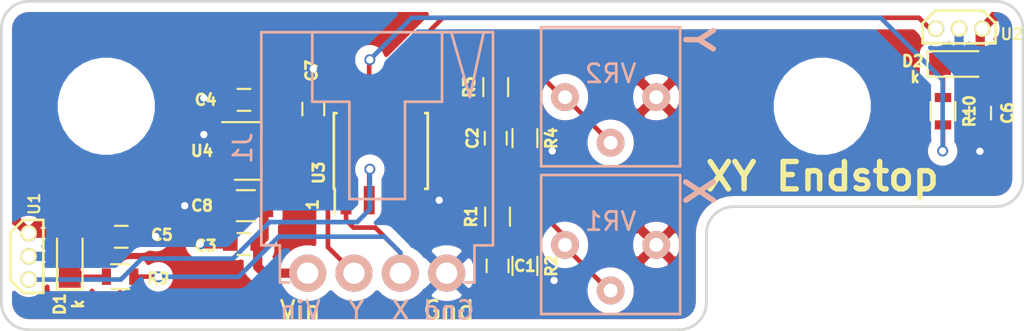
<source format=kicad_pcb>
(kicad_pcb (version 20171130) (host pcbnew "(5.1.5)-3")

  (general
    (thickness 1.6)
    (drawings 25)
    (tracks 121)
    (zones 0)
    (modules 25)
    (nets 14)
  )

  (page A4)
  (title_block
    (title "X-Y Endstop")
    (date 2017-11-09)
    (rev A)
    (comment 3 " CARLOS RUIZ")
    (comment 4 " MAKSIM ZOLIN")
  )

  (layers
    (0 F.Cu signal hide)
    (31 B.Cu signal hide)
    (32 B.Adhes user)
    (33 F.Adhes user)
    (34 B.Paste user)
    (35 F.Paste user)
    (36 B.SilkS user)
    (37 F.SilkS user)
    (38 B.Mask user)
    (39 F.Mask user)
    (40 Dwgs.User user)
    (41 Cmts.User user)
    (42 Eco1.User user)
    (43 Eco2.User user)
    (44 Edge.Cuts user)
    (45 Margin user)
    (46 B.CrtYd user)
    (47 F.CrtYd user)
    (48 B.Fab user)
    (49 F.Fab user)
  )

  (setup
    (last_trace_width 0.254)
    (trace_clearance 0.1778)
    (zone_clearance 0.508)
    (zone_45_only no)
    (trace_min 0.2)
    (via_size 0.6)
    (via_drill 0.4)
    (via_min_size 0.4)
    (via_min_drill 0.3)
    (uvia_size 0.3)
    (uvia_drill 0.1)
    (uvias_allowed no)
    (uvia_min_size 0.2)
    (uvia_min_drill 0.1)
    (edge_width 0.15)
    (segment_width 0.2)
    (pcb_text_width 0.3)
    (pcb_text_size 1.5 1.5)
    (mod_edge_width 0.15)
    (mod_text_size 1 1)
    (mod_text_width 0.15)
    (pad_size 0.9 0.9)
    (pad_drill 0.68)
    (pad_to_mask_clearance 0.2)
    (aux_axis_origin 0 0)
    (grid_origin 142.8 101.2)
    (visible_elements 7FFFFFFF)
    (pcbplotparams
      (layerselection 0x010f0_ffffffff)
      (usegerberextensions false)
      (usegerberattributes false)
      (usegerberadvancedattributes false)
      (creategerberjobfile false)
      (excludeedgelayer true)
      (linewidth 0.100000)
      (plotframeref false)
      (viasonmask false)
      (mode 1)
      (useauxorigin false)
      (hpglpennumber 1)
      (hpglpenspeed 20)
      (hpglpendiameter 15.000000)
      (psnegative false)
      (psa4output false)
      (plotreference true)
      (plotvalue true)
      (plotinvisibletext false)
      (padsonsilk false)
      (subtractmaskfromsilk false)
      (outputformat 1)
      (mirror false)
      (drillshape 0)
      (scaleselection 1)
      (outputdirectory "../Gerbers/"))
  )

  (net 0 "")
  (net 1 GND)
  (net 2 "Net-(C1-Pad1)")
  (net 3 "Net-(C2-Pad1)")
  (net 4 +5V)
  (net 5 +3V3)
  (net 6 Y_SIG)
  (net 7 X_SIG)
  (net 8 "Net-(U1-Pad3)")
  (net 9 "Net-(U2-Pad3)")
  (net 10 "Net-(D1-Pad1)")
  (net 11 "Net-(D2-Pad1)")
  (net 12 "Net-(R1-Pad2)")
  (net 13 "Net-(R3-Pad2)")

  (net_class Default "This is the default net class."
    (clearance 0.1778)
    (trace_width 0.254)
    (via_dia 0.6)
    (via_drill 0.4)
    (uvia_dia 0.3)
    (uvia_drill 0.1)
    (add_net "Net-(C1-Pad1)")
    (add_net "Net-(C2-Pad1)")
    (add_net "Net-(D1-Pad1)")
    (add_net "Net-(D2-Pad1)")
    (add_net "Net-(R1-Pad2)")
    (add_net "Net-(R3-Pad2)")
    (add_net "Net-(U1-Pad3)")
    (add_net "Net-(U2-Pad3)")
    (add_net X_SIG)
    (add_net Y_SIG)
  )

  (net_class power ""
    (clearance 0.2032)
    (trace_width 0.508)
    (via_dia 0.6)
    (via_drill 0.4)
    (uvia_dia 0.3)
    (uvia_drill 0.1)
    (add_net +3V3)
    (add_net +5V)
    (add_net GND)
  )

  (module HallEffect:CT6EP103_ (layer B.Cu) (tedit 5EB56200) (tstamp 5A4E8195)
    (at 155.4 99.5)
    (path /5A0111B4)
    (fp_text reference VR2 (at 0 -2.54) (layer B.SilkS)
      (effects (font (size 1 1) (thickness 0.15)) (justify mirror))
    )
    (fp_text value 10.0K (at 0 3.81) (layer B.Fab)
      (effects (font (size 1 1) (thickness 0.15)) (justify mirror))
    )
    (fp_line (start -3.81 -5.08) (end -3.81 2.54) (layer B.SilkS) (width 0.15))
    (fp_line (start 3.81 -5.08) (end -3.81 -5.08) (layer B.SilkS) (width 0.15))
    (fp_line (start 3.81 2.54) (end 3.81 -5.08) (layer B.SilkS) (width 0.15))
    (fp_line (start -3.81 2.54) (end 3.81 2.54) (layer B.SilkS) (width 0.15))
    (pad 3 thru_hole circle (at 2.5 -1.25) (size 1.524 1.524) (drill 0.762) (layers *.Cu *.Mask B.SilkS)
      (net 5 +3V3))
    (pad 2 thru_hole circle (at -2.5 -1.25) (size 1.524 1.524) (drill 0.762) (layers *.Cu *.Mask B.SilkS)
      (net 13 "Net-(R3-Pad2)"))
    (pad 1 thru_hole circle (at 0 1.25) (size 1.524 1.524) (drill 0.762) (layers *.Cu *.Mask B.SilkS)
      (net 13 "Net-(R3-Pad2)"))
    (model ${KIPRJMOD}/Library/HallEffect.pretty/3D_Files/CT6EP103.step
      (at (xyz 0 0 0))
      (scale (xyz 1 1 1))
      (rotate (xyz 0 0 0))
    )
  )

  (module HallEffect:CT6EP103_ (layer B.Cu) (tedit 5EB56200) (tstamp 5A4E818B)
    (at 155.4 107.6)
    (path /5A4E811F)
    (fp_text reference VR1 (at 0 -2.54) (layer B.SilkS)
      (effects (font (size 1 1) (thickness 0.15)) (justify mirror))
    )
    (fp_text value 10.0K (at 0 3.81) (layer B.Fab)
      (effects (font (size 1 1) (thickness 0.15)) (justify mirror))
    )
    (fp_line (start -3.81 -5.08) (end -3.81 2.54) (layer B.SilkS) (width 0.15))
    (fp_line (start 3.81 -5.08) (end -3.81 -5.08) (layer B.SilkS) (width 0.15))
    (fp_line (start 3.81 2.54) (end 3.81 -5.08) (layer B.SilkS) (width 0.15))
    (fp_line (start -3.81 2.54) (end 3.81 2.54) (layer B.SilkS) (width 0.15))
    (pad 3 thru_hole circle (at 2.5 -1.25) (size 1.524 1.524) (drill 0.762) (layers *.Cu *.Mask B.SilkS)
      (net 5 +3V3))
    (pad 2 thru_hole circle (at -2.5 -1.25) (size 1.524 1.524) (drill 0.762) (layers *.Cu *.Mask B.SilkS)
      (net 12 "Net-(R1-Pad2)"))
    (pad 1 thru_hole circle (at 0 1.25) (size 1.524 1.524) (drill 0.762) (layers *.Cu *.Mask B.SilkS)
      (net 12 "Net-(R1-Pad2)"))
    (model ${KIPRJMOD}/Library/HallEffect.pretty/3D_Files/CT6EP103.step
      (at (xyz 0 0 0))
      (scale (xyz 1 1 1))
      (rotate (xyz 0 0 0))
    )
  )

  (module HallEffect:SOT-23 (layer F.Cu) (tedit 58CE4E7E) (tstamp 5A02038C)
    (at 135.5 101.2)
    (descr "SOT-23, Standard")
    (tags SOT-23)
    (path /5A026ACB)
    (attr smd)
    (fp_text reference U4 (at -2.5 0) (layer F.SilkS)
      (effects (font (size 0.6 0.6) (thickness 0.15)))
    )
    (fp_text value AP2210N (at 0 2.5) (layer F.Fab)
      (effects (font (size 1 1) (thickness 0.15)))
    )
    (fp_line (start 0.76 1.58) (end -0.7 1.58) (layer F.SilkS) (width 0.12))
    (fp_line (start 0.76 -1.58) (end -1.4 -1.58) (layer F.SilkS) (width 0.12))
    (fp_line (start -1.7 1.75) (end -1.7 -1.75) (layer F.CrtYd) (width 0.05))
    (fp_line (start 1.7 1.75) (end -1.7 1.75) (layer F.CrtYd) (width 0.05))
    (fp_line (start 1.7 -1.75) (end 1.7 1.75) (layer F.CrtYd) (width 0.05))
    (fp_line (start -1.7 -1.75) (end 1.7 -1.75) (layer F.CrtYd) (width 0.05))
    (fp_line (start 0.76 -1.58) (end 0.76 -0.65) (layer F.SilkS) (width 0.12))
    (fp_line (start 0.76 1.58) (end 0.76 0.65) (layer F.SilkS) (width 0.12))
    (fp_line (start -0.7 1.52) (end 0.7 1.52) (layer F.Fab) (width 0.1))
    (fp_line (start 0.7 -1.52) (end 0.7 1.52) (layer F.Fab) (width 0.1))
    (fp_line (start -0.7 -0.95) (end -0.15 -1.52) (layer F.Fab) (width 0.1))
    (fp_line (start -0.15 -1.52) (end 0.7 -1.52) (layer F.Fab) (width 0.1))
    (fp_line (start -0.7 -0.95) (end -0.7 1.5) (layer F.Fab) (width 0.1))
    (fp_text user %R (at 0 0 90) (layer F.Fab)
      (effects (font (size 0.5 0.5) (thickness 0.075)))
    )
    (pad 3 smd rect (at 1 0) (size 0.9 0.8) (layers F.Cu F.Paste F.Mask)
      (net 4 +5V))
    (pad 2 smd rect (at -1 0.95) (size 0.9 0.8) (layers F.Cu F.Paste F.Mask)
      (net 5 +3V3))
    (pad 1 smd rect (at -1 -0.95) (size 0.9 0.8) (layers F.Cu F.Paste F.Mask)
      (net 1 GND))
    (model ${KIPRJMOD}/Library/HallEffect.pretty/3D_Files/SOT_23.wrl
      (at (xyz 0 0 0))
      (scale (xyz 1 1 1))
      (rotate (xyz 0 0 0))
    )
  )

  (module HallEffect:SOIC-8_3.9x4.9mm_Pitch1.27mm (layer F.Cu) (tedit 58CD0CDA) (tstamp 5A020377)
    (at 142.8 101.2 90)
    (descr "8-Lead Plastic Small Outline (SN) - Narrow, 3.90 mm Body [SOIC] (see Microchip Packaging Specification 00000049BS.pdf)")
    (tags "SOIC 1.27")
    (path /5A00BA58)
    (attr smd)
    (fp_text reference U3 (at -1.2 -3.4 90) (layer F.SilkS)
      (effects (font (size 0.6 0.6) (thickness 0.15)))
    )
    (fp_text value LM393 (at 0 3.5 90) (layer F.Fab)
      (effects (font (size 1 1) (thickness 0.15)))
    )
    (fp_line (start -2.075 -2.525) (end -3.475 -2.525) (layer F.SilkS) (width 0.15))
    (fp_line (start -2.075 2.575) (end 2.075 2.575) (layer F.SilkS) (width 0.15))
    (fp_line (start -2.075 -2.575) (end 2.075 -2.575) (layer F.SilkS) (width 0.15))
    (fp_line (start -2.075 2.575) (end -2.075 2.43) (layer F.SilkS) (width 0.15))
    (fp_line (start 2.075 2.575) (end 2.075 2.43) (layer F.SilkS) (width 0.15))
    (fp_line (start 2.075 -2.575) (end 2.075 -2.43) (layer F.SilkS) (width 0.15))
    (fp_line (start -2.075 -2.575) (end -2.075 -2.525) (layer F.SilkS) (width 0.15))
    (fp_line (start -3.73 2.7) (end 3.73 2.7) (layer F.CrtYd) (width 0.05))
    (fp_line (start -3.73 -2.7) (end 3.73 -2.7) (layer F.CrtYd) (width 0.05))
    (fp_line (start 3.73 -2.7) (end 3.73 2.7) (layer F.CrtYd) (width 0.05))
    (fp_line (start -3.73 -2.7) (end -3.73 2.7) (layer F.CrtYd) (width 0.05))
    (fp_line (start -1.95 -1.45) (end -0.95 -2.45) (layer F.Fab) (width 0.1))
    (fp_line (start -1.95 2.45) (end -1.95 -1.45) (layer F.Fab) (width 0.1))
    (fp_line (start 1.95 2.45) (end -1.95 2.45) (layer F.Fab) (width 0.1))
    (fp_line (start 1.95 -2.45) (end 1.95 2.45) (layer F.Fab) (width 0.1))
    (fp_line (start -0.95 -2.45) (end 1.95 -2.45) (layer F.Fab) (width 0.1))
    (fp_text user %R (at 0 0 90) (layer F.Fab)
      (effects (font (size 1 1) (thickness 0.15)))
    )
    (pad 8 smd rect (at 2.7 -1.905 90) (size 1.55 0.6) (layers F.Cu F.Paste F.Mask)
      (net 5 +3V3))
    (pad 7 smd rect (at 2.7 -0.635 90) (size 1.55 0.6) (layers F.Cu F.Paste F.Mask)
      (net 6 Y_SIG))
    (pad 6 smd rect (at 2.7 0.635 90) (size 1.55 0.6) (layers F.Cu F.Paste F.Mask)
      (net 9 "Net-(U2-Pad3)"))
    (pad 5 smd rect (at 2.7 1.905 90) (size 1.55 0.6) (layers F.Cu F.Paste F.Mask)
      (net 3 "Net-(C2-Pad1)"))
    (pad 4 smd rect (at -2.7 1.905 90) (size 1.55 0.6) (layers F.Cu F.Paste F.Mask)
      (net 1 GND))
    (pad 3 smd rect (at -2.7 0.635 90) (size 1.55 0.6) (layers F.Cu F.Paste F.Mask)
      (net 2 "Net-(C1-Pad1)"))
    (pad 2 smd rect (at -2.7 -0.635 90) (size 1.55 0.6) (layers F.Cu F.Paste F.Mask)
      (net 8 "Net-(U1-Pad3)"))
    (pad 1 smd rect (at -2.7 -1.905 90) (size 1.55 0.6) (layers F.Cu F.Paste F.Mask)
      (net 7 X_SIG))
    (model ${KIPRJMOD}/Library/HallEffect.pretty/3D_Files/SOIC_8_3_9x4_9mm_Pitch1_27mm.wrl
      (at (xyz 0 0 0))
      (scale (xyz 1 1 1))
      (rotate (xyz 0 0 0))
    )
  )

  (module HallEffect:SIP-3 locked (layer F.Cu) (tedit 5B6BBDB7) (tstamp 5EB572EE)
    (at 174.5 94.5 180)
    (path /5EB59D28)
    (fp_text reference U2 (at -2.88 -0.3) (layer F.SilkS)
      (effects (font (size 0.6 0.6) (thickness 0.12)))
    )
    (fp_text value SS49E (at 0 -3.302) (layer F.Fab)
      (effects (font (size 1 1) (thickness 0.15)))
    )
    (fp_line (start 0 -0.8) (end -2 -0.8) (layer F.SilkS) (width 0.15))
    (fp_line (start 0 -0.8) (end 2 -0.8) (layer F.SilkS) (width 0.15))
    (fp_line (start -2 0.3) (end -1.3 1) (layer F.SilkS) (width 0.15))
    (fp_line (start -2 -0.8) (end -2 0.3) (layer F.SilkS) (width 0.15))
    (fp_line (start 1.3 1) (end 2 0.3) (layer F.SilkS) (width 0.15))
    (fp_line (start 2 -0.8) (end 2 0.3) (layer F.SilkS) (width 0.15))
    (fp_line (start -1.3 1) (end 1.3 1) (layer F.SilkS) (width 0.15))
    (pad 3 thru_hole circle (at 1.27 0 180) (size 0.9 0.9) (drill 0.68) (layers *.Cu *.Mask F.SilkS)
      (net 9 "Net-(U2-Pad3)"))
    (pad 1 thru_hole circle (at -1.27 0 180) (size 0.9 0.9) (drill 0.68) (layers *.Cu *.Mask F.SilkS)
      (net 5 +3V3))
    (pad 2 thru_hole circle (at 0 0 180) (size 0.9 0.9) (drill 0.68) (layers *.Cu *.Mask F.SilkS)
      (net 1 GND))
    (model ${KIPRJMOD}/Library/HallEffect.pretty/3D_Files/SIP-3.wrl
      (at (xyz 0 0 0))
      (scale (xyz 1 1 1))
      (rotate (xyz 0 0 0))
    )
  )

  (module HallEffect:SIP-3 locked (layer F.Cu) (tedit 5B6BBDB7) (tstamp 5A02034C)
    (at 123.5 106.98 270)
    (path /5A063F20)
    (fp_text reference U1 (at -2.88 -0.3 90) (layer F.SilkS)
      (effects (font (size 0.6 0.6) (thickness 0.12)))
    )
    (fp_text value SS49E (at 0 -3.302 90) (layer F.Fab)
      (effects (font (size 1 1) (thickness 0.15)))
    )
    (fp_line (start 0 -0.8) (end -2 -0.8) (layer F.SilkS) (width 0.15))
    (fp_line (start 0 -0.8) (end 2 -0.8) (layer F.SilkS) (width 0.15))
    (fp_line (start -2 0.3) (end -1.3 1) (layer F.SilkS) (width 0.15))
    (fp_line (start -2 -0.8) (end -2 0.3) (layer F.SilkS) (width 0.15))
    (fp_line (start 1.3 1) (end 2 0.3) (layer F.SilkS) (width 0.15))
    (fp_line (start 2 -0.8) (end 2 0.3) (layer F.SilkS) (width 0.15))
    (fp_line (start -1.3 1) (end 1.3 1) (layer F.SilkS) (width 0.15))
    (pad 3 thru_hole circle (at 1.27 0 270) (size 0.9 0.9) (drill 0.68) (layers *.Cu *.Mask F.SilkS)
      (net 8 "Net-(U1-Pad3)"))
    (pad 1 thru_hole circle (at -1.27 0 270) (size 0.9 0.9) (drill 0.68) (layers *.Cu *.Mask F.SilkS)
      (net 5 +3V3))
    (pad 2 thru_hole circle (at 0 0 270) (size 0.9 0.9) (drill 0.68) (layers *.Cu *.Mask F.SilkS)
      (net 1 GND))
    (model ${KIPRJMOD}/Library/HallEffect.pretty/3D_Files/SIP-3.wrl
      (at (xyz 0 0 0))
      (scale (xyz 1 1 1))
      (rotate (xyz 0 0 0))
    )
  )

  (module HallEffect:R_0603 (layer F.Cu) (tedit 58E0A804) (tstamp 5A02033E)
    (at 173.6184 99.0224 270)
    (descr "Resistor SMD 0603, reflow soldering, Vishay (see dcrcw.pdf)")
    (tags "resistor 0603")
    (path /5A00E749)
    (attr smd)
    (fp_text reference R10 (at 0 -1.45 90) (layer F.SilkS)
      (effects (font (size 0.6 0.6) (thickness 0.15)))
    )
    (fp_text value 1.00K (at 0 1.5 90) (layer F.Fab)
      (effects (font (size 1 1) (thickness 0.15)))
    )
    (fp_line (start 1.25 0.7) (end -1.25 0.7) (layer F.CrtYd) (width 0.05))
    (fp_line (start 1.25 0.7) (end 1.25 -0.7) (layer F.CrtYd) (width 0.05))
    (fp_line (start -1.25 -0.7) (end -1.25 0.7) (layer F.CrtYd) (width 0.05))
    (fp_line (start -1.25 -0.7) (end 1.25 -0.7) (layer F.CrtYd) (width 0.05))
    (fp_line (start -0.5 -0.68) (end 0.5 -0.68) (layer F.SilkS) (width 0.12))
    (fp_line (start 0.5 0.68) (end -0.5 0.68) (layer F.SilkS) (width 0.12))
    (fp_line (start -0.8 -0.4) (end 0.8 -0.4) (layer F.Fab) (width 0.1))
    (fp_line (start 0.8 -0.4) (end 0.8 0.4) (layer F.Fab) (width 0.1))
    (fp_line (start 0.8 0.4) (end -0.8 0.4) (layer F.Fab) (width 0.1))
    (fp_line (start -0.8 0.4) (end -0.8 -0.4) (layer F.Fab) (width 0.1))
    (fp_text user %R (at 0 0 90) (layer F.Fab)
      (effects (font (size 0.4 0.4) (thickness 0.075)))
    )
    (pad 2 smd rect (at 0.75 0 270) (size 0.5 0.9) (layers F.Cu F.Paste F.Mask)
      (net 6 Y_SIG))
    (pad 1 smd rect (at -0.75 0 270) (size 0.5 0.9) (layers F.Cu F.Paste F.Mask)
      (net 11 "Net-(D2-Pad1)"))
    (model ${KIPRJMOD}/Library/HallEffect.pretty/3D_Files/R_0603.wrl
      (at (xyz 0 0 0))
      (scale (xyz 1 1 1))
      (rotate (xyz 0 0 0))
    )
  )

  (module HallEffect:R_0603 (layer F.Cu) (tedit 58E0A804) (tstamp 5A02032D)
    (at 128.508 108.0902)
    (descr "Resistor SMD 0603, reflow soldering, Vishay (see dcrcw.pdf)")
    (tags "resistor 0603")
    (path /5A06B573)
    (attr smd)
    (fp_text reference R9 (at 2.092 0.1098) (layer F.SilkS)
      (effects (font (size 0.6 0.6) (thickness 0.15)))
    )
    (fp_text value 1.00K (at 0 1.5) (layer F.Fab)
      (effects (font (size 1 1) (thickness 0.15)))
    )
    (fp_line (start 1.25 0.7) (end -1.25 0.7) (layer F.CrtYd) (width 0.05))
    (fp_line (start 1.25 0.7) (end 1.25 -0.7) (layer F.CrtYd) (width 0.05))
    (fp_line (start -1.25 -0.7) (end -1.25 0.7) (layer F.CrtYd) (width 0.05))
    (fp_line (start -1.25 -0.7) (end 1.25 -0.7) (layer F.CrtYd) (width 0.05))
    (fp_line (start -0.5 -0.68) (end 0.5 -0.68) (layer F.SilkS) (width 0.12))
    (fp_line (start 0.5 0.68) (end -0.5 0.68) (layer F.SilkS) (width 0.12))
    (fp_line (start -0.8 -0.4) (end 0.8 -0.4) (layer F.Fab) (width 0.1))
    (fp_line (start 0.8 -0.4) (end 0.8 0.4) (layer F.Fab) (width 0.1))
    (fp_line (start 0.8 0.4) (end -0.8 0.4) (layer F.Fab) (width 0.1))
    (fp_line (start -0.8 0.4) (end -0.8 -0.4) (layer F.Fab) (width 0.1))
    (fp_text user %R (at 0 0) (layer F.Fab)
      (effects (font (size 0.4 0.4) (thickness 0.075)))
    )
    (pad 2 smd rect (at 0.75 0) (size 0.5 0.9) (layers F.Cu F.Paste F.Mask)
      (net 7 X_SIG))
    (pad 1 smd rect (at -0.75 0) (size 0.5 0.9) (layers F.Cu F.Paste F.Mask)
      (net 10 "Net-(D1-Pad1)"))
    (model ${KIPRJMOD}/Library/HallEffect.pretty/3D_Files/R_0603.wrl
      (at (xyz 0 0 0))
      (scale (xyz 1 1 1))
      (rotate (xyz 0 0 0))
    )
  )

  (module HallEffect:R_0603 (layer F.Cu) (tedit 58E0A804) (tstamp 5A0202D8)
    (at 150.7 100.5 270)
    (descr "Resistor SMD 0603, reflow soldering, Vishay (see dcrcw.pdf)")
    (tags "resistor 0603")
    (path /5A00BD6A)
    (attr smd)
    (fp_text reference R4 (at 0 -1.45 90) (layer F.SilkS)
      (effects (font (size 0.6 0.6) (thickness 0.15)))
    )
    (fp_text value 10.0k (at 0 1.5 90) (layer F.Fab)
      (effects (font (size 1 1) (thickness 0.15)))
    )
    (fp_line (start 1.25 0.7) (end -1.25 0.7) (layer F.CrtYd) (width 0.05))
    (fp_line (start 1.25 0.7) (end 1.25 -0.7) (layer F.CrtYd) (width 0.05))
    (fp_line (start -1.25 -0.7) (end -1.25 0.7) (layer F.CrtYd) (width 0.05))
    (fp_line (start -1.25 -0.7) (end 1.25 -0.7) (layer F.CrtYd) (width 0.05))
    (fp_line (start -0.5 -0.68) (end 0.5 -0.68) (layer F.SilkS) (width 0.12))
    (fp_line (start 0.5 0.68) (end -0.5 0.68) (layer F.SilkS) (width 0.12))
    (fp_line (start -0.8 -0.4) (end 0.8 -0.4) (layer F.Fab) (width 0.1))
    (fp_line (start 0.8 -0.4) (end 0.8 0.4) (layer F.Fab) (width 0.1))
    (fp_line (start 0.8 0.4) (end -0.8 0.4) (layer F.Fab) (width 0.1))
    (fp_line (start -0.8 0.4) (end -0.8 -0.4) (layer F.Fab) (width 0.1))
    (fp_text user %R (at 0 0 90) (layer F.Fab)
      (effects (font (size 0.4 0.4) (thickness 0.075)))
    )
    (pad 2 smd rect (at 0.75 0 270) (size 0.5 0.9) (layers F.Cu F.Paste F.Mask)
      (net 1 GND))
    (pad 1 smd rect (at -0.75 0 270) (size 0.5 0.9) (layers F.Cu F.Paste F.Mask)
      (net 3 "Net-(C2-Pad1)"))
    (model ${KIPRJMOD}/Library/HallEffect.pretty/3D_Files/R_0603.wrl
      (at (xyz 0 0 0))
      (scale (xyz 1 1 1))
      (rotate (xyz 0 0 0))
    )
  )

  (module HallEffect:R_0603 (layer F.Cu) (tedit 58E0A804) (tstamp 5A0202C7)
    (at 149.1 97.7 90)
    (descr "Resistor SMD 0603, reflow soldering, Vishay (see dcrcw.pdf)")
    (tags "resistor 0603")
    (path /5A05A462)
    (attr smd)
    (fp_text reference R3 (at 0 -1.45 90) (layer F.SilkS)
      (effects (font (size 0.6 0.6) (thickness 0.15)))
    )
    (fp_text value 1.00K (at 0 1.5 90) (layer F.Fab)
      (effects (font (size 1 1) (thickness 0.15)))
    )
    (fp_line (start 1.25 0.7) (end -1.25 0.7) (layer F.CrtYd) (width 0.05))
    (fp_line (start 1.25 0.7) (end 1.25 -0.7) (layer F.CrtYd) (width 0.05))
    (fp_line (start -1.25 -0.7) (end -1.25 0.7) (layer F.CrtYd) (width 0.05))
    (fp_line (start -1.25 -0.7) (end 1.25 -0.7) (layer F.CrtYd) (width 0.05))
    (fp_line (start -0.5 -0.68) (end 0.5 -0.68) (layer F.SilkS) (width 0.12))
    (fp_line (start 0.5 0.68) (end -0.5 0.68) (layer F.SilkS) (width 0.12))
    (fp_line (start -0.8 -0.4) (end 0.8 -0.4) (layer F.Fab) (width 0.1))
    (fp_line (start 0.8 -0.4) (end 0.8 0.4) (layer F.Fab) (width 0.1))
    (fp_line (start 0.8 0.4) (end -0.8 0.4) (layer F.Fab) (width 0.1))
    (fp_line (start -0.8 0.4) (end -0.8 -0.4) (layer F.Fab) (width 0.1))
    (fp_text user %R (at 0 0 90) (layer F.Fab)
      (effects (font (size 0.4 0.4) (thickness 0.075)))
    )
    (pad 2 smd rect (at 0.75 0 90) (size 0.5 0.9) (layers F.Cu F.Paste F.Mask)
      (net 13 "Net-(R3-Pad2)"))
    (pad 1 smd rect (at -0.75 0 90) (size 0.5 0.9) (layers F.Cu F.Paste F.Mask)
      (net 3 "Net-(C2-Pad1)"))
    (model ${KIPRJMOD}/Library/HallEffect.pretty/3D_Files/R_0603.wrl
      (at (xyz 0 0 0))
      (scale (xyz 1 1 1))
      (rotate (xyz 0 0 0))
    )
  )

  (module HallEffect:R_0603 (layer F.Cu) (tedit 58E0A804) (tstamp 5A0202B6)
    (at 150.7 107.5 270)
    (descr "Resistor SMD 0603, reflow soldering, Vishay (see dcrcw.pdf)")
    (tags "resistor 0603")
    (path /5A067D5E)
    (attr smd)
    (fp_text reference R2 (at 0 -1.45 90) (layer F.SilkS)
      (effects (font (size 0.6 0.6) (thickness 0.15)))
    )
    (fp_text value 10.0k (at 0 1.5 90) (layer F.Fab)
      (effects (font (size 1 1) (thickness 0.15)))
    )
    (fp_line (start 1.25 0.7) (end -1.25 0.7) (layer F.CrtYd) (width 0.05))
    (fp_line (start 1.25 0.7) (end 1.25 -0.7) (layer F.CrtYd) (width 0.05))
    (fp_line (start -1.25 -0.7) (end -1.25 0.7) (layer F.CrtYd) (width 0.05))
    (fp_line (start -1.25 -0.7) (end 1.25 -0.7) (layer F.CrtYd) (width 0.05))
    (fp_line (start -0.5 -0.68) (end 0.5 -0.68) (layer F.SilkS) (width 0.12))
    (fp_line (start 0.5 0.68) (end -0.5 0.68) (layer F.SilkS) (width 0.12))
    (fp_line (start -0.8 -0.4) (end 0.8 -0.4) (layer F.Fab) (width 0.1))
    (fp_line (start 0.8 -0.4) (end 0.8 0.4) (layer F.Fab) (width 0.1))
    (fp_line (start 0.8 0.4) (end -0.8 0.4) (layer F.Fab) (width 0.1))
    (fp_line (start -0.8 0.4) (end -0.8 -0.4) (layer F.Fab) (width 0.1))
    (fp_text user %R (at 0 0 90) (layer F.Fab)
      (effects (font (size 0.4 0.4) (thickness 0.075)))
    )
    (pad 2 smd rect (at 0.75 0 270) (size 0.5 0.9) (layers F.Cu F.Paste F.Mask)
      (net 1 GND))
    (pad 1 smd rect (at -0.75 0 270) (size 0.5 0.9) (layers F.Cu F.Paste F.Mask)
      (net 2 "Net-(C1-Pad1)"))
    (model ${KIPRJMOD}/Library/HallEffect.pretty/3D_Files/R_0603.wrl
      (at (xyz 0 0 0))
      (scale (xyz 1 1 1))
      (rotate (xyz 0 0 0))
    )
  )

  (module HallEffect:R_0603 (layer F.Cu) (tedit 58E0A804) (tstamp 5A0202A5)
    (at 149.2 104.8 90)
    (descr "Resistor SMD 0603, reflow soldering, Vishay (see dcrcw.pdf)")
    (tags "resistor 0603")
    (path /5A0574A7)
    (attr smd)
    (fp_text reference R1 (at 0 -1.45 90) (layer F.SilkS)
      (effects (font (size 0.6 0.6) (thickness 0.15)))
    )
    (fp_text value 1.00K (at 0 1.5 90) (layer F.Fab)
      (effects (font (size 1 1) (thickness 0.15)))
    )
    (fp_line (start 1.25 0.7) (end -1.25 0.7) (layer F.CrtYd) (width 0.05))
    (fp_line (start 1.25 0.7) (end 1.25 -0.7) (layer F.CrtYd) (width 0.05))
    (fp_line (start -1.25 -0.7) (end -1.25 0.7) (layer F.CrtYd) (width 0.05))
    (fp_line (start -1.25 -0.7) (end 1.25 -0.7) (layer F.CrtYd) (width 0.05))
    (fp_line (start -0.5 -0.68) (end 0.5 -0.68) (layer F.SilkS) (width 0.12))
    (fp_line (start 0.5 0.68) (end -0.5 0.68) (layer F.SilkS) (width 0.12))
    (fp_line (start -0.8 -0.4) (end 0.8 -0.4) (layer F.Fab) (width 0.1))
    (fp_line (start 0.8 -0.4) (end 0.8 0.4) (layer F.Fab) (width 0.1))
    (fp_line (start 0.8 0.4) (end -0.8 0.4) (layer F.Fab) (width 0.1))
    (fp_line (start -0.8 0.4) (end -0.8 -0.4) (layer F.Fab) (width 0.1))
    (fp_text user %R (at 0 0 90) (layer F.Fab)
      (effects (font (size 0.4 0.4) (thickness 0.075)))
    )
    (pad 2 smd rect (at 0.75 0 90) (size 0.5 0.9) (layers F.Cu F.Paste F.Mask)
      (net 12 "Net-(R1-Pad2)"))
    (pad 1 smd rect (at -0.75 0 90) (size 0.5 0.9) (layers F.Cu F.Paste F.Mask)
      (net 2 "Net-(C1-Pad1)"))
    (model ${KIPRJMOD}/Library/HallEffect.pretty/3D_Files/R_0603.wrl
      (at (xyz 0 0 0))
      (scale (xyz 1 1 1))
      (rotate (xyz 0 0 0))
    )
  )

  (module HallEffect:1X4_CONN_L_RA (layer B.Cu) (tedit 59FF17FC) (tstamp 5A020258)
    (at 142.6 107.9 90)
    (path /5A00B701)
    (fp_text reference J1 (at 6.858 -7.366 90) (layer B.SilkS)
      (effects (font (size 1 1) (thickness 0.15)) (justify mirror))
    )
    (fp_text value CONN_01X04 (at 6.858 7.62 90) (layer B.Fab)
      (effects (font (size 1 1) (thickness 0.15)) (justify mirror))
    )
    (fp_line (start 13.208 0) (end 13.208 6.096) (layer B.SilkS) (width 0.15))
    (fp_line (start 13.208 6.096) (end 13.208 6.35) (layer B.SilkS) (width 0.15))
    (fp_line (start 13.208 0) (end 13.208 -6.35) (layer B.SilkS) (width 0.15))
    (fp_line (start 9.398 3.556) (end 13.208 3.556) (layer B.SilkS) (width 0.15))
    (fp_line (start 9.398 -3.556) (end 13.208 -3.556) (layer B.SilkS) (width 0.15))
    (fp_line (start 9.652 5.08) (end 13.208 4.064) (layer B.SilkS) (width 0.15))
    (fp_line (start 9.652 5.08) (end 13.208 5.842) (layer B.SilkS) (width 0.15))
    (fp_line (start 9.398 1.524) (end 4.064 1.524) (layer B.SilkS) (width 0.15))
    (fp_line (start 9.398 -1.524) (end 4.064 -1.524) (layer B.SilkS) (width 0.15))
    (fp_line (start 4.064 1.524) (end 4.064 -1.524) (layer B.SilkS) (width 0.15))
    (fp_line (start 9.398 3.556) (end 9.398 1.524) (layer B.SilkS) (width 0.15))
    (fp_line (start 9.398 -1.524) (end 9.398 -3.556) (layer B.SilkS) (width 0.15))
    (fp_line (start 1.524 -5.334) (end 1.524 -6.35) (layer B.SilkS) (width 0.15))
    (fp_line (start 1.524 5.334) (end 1.524 6.35) (layer B.SilkS) (width 0.15))
    (fp_line (start 1.524 6.35) (end 13.208 6.35) (layer B.SilkS) (width 0.15))
    (fp_line (start 1.524 -6.35) (end 13.208 -6.35) (layer B.SilkS) (width 0.15))
    (fp_line (start -0.508 -5.08) (end -0.508 -5.334) (layer B.SilkS) (width 0.15))
    (fp_line (start -0.508 5.334) (end -0.508 4.826) (layer B.SilkS) (width 0.15))
    (fp_line (start -0.508 5.334) (end 1.524 5.334) (layer B.SilkS) (width 0.15))
    (fp_line (start -0.508 -5.334) (end 1.524 -5.334) (layer B.SilkS) (width 0.15))
    (fp_line (start -0.508 -5.08) (end -0.508 -4.826) (layer B.SilkS) (width 0.15))
    (pad 4 thru_hole circle (at 0 -3.81 90) (size 2.032 2.032) (drill 1.1684) (layers *.Cu *.Mask B.SilkS)
      (net 4 +5V))
    (pad 3 thru_hole circle (at 0 -1.27 90) (size 2.032 2.032) (drill 1.1684) (layers *.Cu *.Mask B.SilkS)
      (net 6 Y_SIG))
    (pad 2 thru_hole circle (at 0 1.27 90) (size 2.032 2.032) (drill 1.1684) (layers *.Cu *.Mask B.SilkS)
      (net 7 X_SIG))
    (pad 1 thru_hole circle (at 0 3.81 90) (size 2.032 2.032) (drill 1.1684) (layers *.Cu *.Mask B.SilkS)
      (net 1 GND))
    (model ${KIPRJMOD}/Library/HallEffect.pretty/3D_Files/1X4_CONN_L_RA.wrl
      (at (xyz 0 0 0))
      (scale (xyz 1 1 1))
      (rotate (xyz 0 0 0))
    )
  )

  (module HallEffect:LED_0805 (layer F.Cu) (tedit 59959803) (tstamp 5A0368CC)
    (at 174.5582 96.4316)
    (descr "LED 0805 smd package")
    (tags "LED led 0805 SMD smd SMT smt smdled SMDLED smtled SMTLED")
    (path /5A047734)
    (attr smd)
    (fp_text reference D2 (at -2.5982 -0.1536) (layer F.SilkS)
      (effects (font (size 0.6 0.6) (thickness 0.15)))
    )
    (fp_text value LED_0805 (at 0 1.55) (layer F.Fab)
      (effects (font (size 1 1) (thickness 0.15)))
    )
    (fp_text user %R (at 0 -1.25) (layer F.Fab)
      (effects (font (size 0.4 0.4) (thickness 0.1)))
    )
    (fp_line (start -1.95 -0.85) (end 1.95 -0.85) (layer F.CrtYd) (width 0.05))
    (fp_line (start -1.95 0.85) (end -1.95 -0.85) (layer F.CrtYd) (width 0.05))
    (fp_line (start 1.95 0.85) (end -1.95 0.85) (layer F.CrtYd) (width 0.05))
    (fp_line (start 1.95 -0.85) (end 1.95 0.85) (layer F.CrtYd) (width 0.05))
    (fp_line (start -1.8 -0.7) (end 1 -0.7) (layer F.SilkS) (width 0.12))
    (fp_line (start -1.8 0.7) (end 1 0.7) (layer F.SilkS) (width 0.12))
    (fp_line (start -1 0.6) (end -1 -0.6) (layer F.Fab) (width 0.1))
    (fp_line (start -1 -0.6) (end 1 -0.6) (layer F.Fab) (width 0.1))
    (fp_line (start 1 -0.6) (end 1 0.6) (layer F.Fab) (width 0.1))
    (fp_line (start 1 0.6) (end -1 0.6) (layer F.Fab) (width 0.1))
    (fp_line (start 0.2 -0.4) (end 0.2 0.4) (layer F.Fab) (width 0.1))
    (fp_line (start 0.2 0.4) (end -0.4 0) (layer F.Fab) (width 0.1))
    (fp_line (start -0.4 0) (end 0.2 -0.4) (layer F.Fab) (width 0.1))
    (fp_line (start -0.4 -0.4) (end -0.4 0.4) (layer F.Fab) (width 0.1))
    (fp_line (start -1.8 -0.7) (end -1.8 0.7) (layer F.SilkS) (width 0.12))
    (pad 1 smd rect (at -1.1 0 180) (size 1.2 1.2) (layers F.Cu F.Paste F.Mask)
      (net 11 "Net-(D2-Pad1)"))
    (pad 2 smd rect (at 1.1 0 180) (size 1.2 1.2) (layers F.Cu F.Paste F.Mask)
      (net 5 +3V3))
    (model ${KIPRJMOD}/Library/HallEffect.pretty/3D_Files/LED_0805.wrl
      (at (xyz 0 0 0))
      (scale (xyz 1 1 1))
      (rotate (xyz 0 0 180))
    )
  )

  (module HallEffect:LED_0805 (layer F.Cu) (tedit 59959803) (tstamp 5A0368C6)
    (at 125.75 107 90)
    (descr "LED 0805 smd package")
    (tags "LED led 0805 SMD smd SMT smt smdled SMDLED smtled SMTLED")
    (path /5A0591B0)
    (attr smd)
    (fp_text reference D1 (at -2.6 -0.55 90) (layer F.SilkS)
      (effects (font (size 0.6 0.6) (thickness 0.15)))
    )
    (fp_text value LED_0805 (at 0 1.55 90) (layer F.Fab)
      (effects (font (size 1 1) (thickness 0.15)))
    )
    (fp_text user %R (at 0 -1.25 90) (layer F.Fab)
      (effects (font (size 0.4 0.4) (thickness 0.1)))
    )
    (fp_line (start -1.95 -0.85) (end 1.95 -0.85) (layer F.CrtYd) (width 0.05))
    (fp_line (start -1.95 0.85) (end -1.95 -0.85) (layer F.CrtYd) (width 0.05))
    (fp_line (start 1.95 0.85) (end -1.95 0.85) (layer F.CrtYd) (width 0.05))
    (fp_line (start 1.95 -0.85) (end 1.95 0.85) (layer F.CrtYd) (width 0.05))
    (fp_line (start -1.8 -0.7) (end 1 -0.7) (layer F.SilkS) (width 0.12))
    (fp_line (start -1.8 0.7) (end 1 0.7) (layer F.SilkS) (width 0.12))
    (fp_line (start -1 0.6) (end -1 -0.6) (layer F.Fab) (width 0.1))
    (fp_line (start -1 -0.6) (end 1 -0.6) (layer F.Fab) (width 0.1))
    (fp_line (start 1 -0.6) (end 1 0.6) (layer F.Fab) (width 0.1))
    (fp_line (start 1 0.6) (end -1 0.6) (layer F.Fab) (width 0.1))
    (fp_line (start 0.2 -0.4) (end 0.2 0.4) (layer F.Fab) (width 0.1))
    (fp_line (start 0.2 0.4) (end -0.4 0) (layer F.Fab) (width 0.1))
    (fp_line (start -0.4 0) (end 0.2 -0.4) (layer F.Fab) (width 0.1))
    (fp_line (start -0.4 -0.4) (end -0.4 0.4) (layer F.Fab) (width 0.1))
    (fp_line (start -1.8 -0.7) (end -1.8 0.7) (layer F.SilkS) (width 0.12))
    (pad 1 smd rect (at -1.1 0 270) (size 1.2 1.2) (layers F.Cu F.Paste F.Mask)
      (net 10 "Net-(D1-Pad1)"))
    (pad 2 smd rect (at 1.1 0 270) (size 1.2 1.2) (layers F.Cu F.Paste F.Mask)
      (net 5 +3V3))
    (model ${KIPRJMOD}/Library/HallEffect.pretty/3D_Files/LED_0805.wrl
      (at (xyz 0 0 0))
      (scale (xyz 1 1 1))
      (rotate (xyz 0 0 180))
    )
  )

  (module HallEffect:C_0805 (layer F.Cu) (tedit 58AA8463) (tstamp 5A0368C0)
    (at 135.4 104.2 180)
    (descr "Capacitor SMD 0805, reflow soldering, AVX (see smccp.pdf)")
    (tags "capacitor 0805")
    (path /5A042915)
    (attr smd)
    (fp_text reference C8 (at 2.4 0) (layer F.SilkS)
      (effects (font (size 0.6 0.6) (thickness 0.15)))
    )
    (fp_text value 10uF (at 0 1.75) (layer F.Fab)
      (effects (font (size 1 1) (thickness 0.15)))
    )
    (fp_line (start 1.75 0.87) (end -1.75 0.87) (layer F.CrtYd) (width 0.05))
    (fp_line (start 1.75 0.87) (end 1.75 -0.88) (layer F.CrtYd) (width 0.05))
    (fp_line (start -1.75 -0.88) (end -1.75 0.87) (layer F.CrtYd) (width 0.05))
    (fp_line (start -1.75 -0.88) (end 1.75 -0.88) (layer F.CrtYd) (width 0.05))
    (fp_line (start -0.5 0.85) (end 0.5 0.85) (layer F.SilkS) (width 0.12))
    (fp_line (start 0.5 -0.85) (end -0.5 -0.85) (layer F.SilkS) (width 0.12))
    (fp_line (start -1 -0.62) (end 1 -0.62) (layer F.Fab) (width 0.1))
    (fp_line (start 1 -0.62) (end 1 0.62) (layer F.Fab) (width 0.1))
    (fp_line (start 1 0.62) (end -1 0.62) (layer F.Fab) (width 0.1))
    (fp_line (start -1 0.62) (end -1 -0.62) (layer F.Fab) (width 0.1))
    (fp_text user %R (at 0 -1.5) (layer F.Fab)
      (effects (font (size 1 1) (thickness 0.15)))
    )
    (pad 2 smd rect (at 1 0 180) (size 1 1.25) (layers F.Cu F.Paste F.Mask)
      (net 1 GND))
    (pad 1 smd rect (at -1 0 180) (size 1 1.25) (layers F.Cu F.Paste F.Mask)
      (net 4 +5V))
    (model ${KIPRJMOD}/Library/HallEffect.pretty/3D_Files/C_0805.wrl
      (at (xyz 0 0 0))
      (scale (xyz 1 1 1))
      (rotate (xyz 0 0 0))
    )
  )

  (module HallEffect:C_0603 (layer F.Cu) (tedit 59958EE7) (tstamp 5A0368AF)
    (at 139.1 98.9 270)
    (descr "Capacitor SMD 0603, reflow soldering, AVX (see smccp.pdf)")
    (tags "capacitor 0603")
    (path /5A04B1F6)
    (attr smd)
    (fp_text reference C7 (at -2.1 0.1 90) (layer F.SilkS)
      (effects (font (size 0.6 0.6) (thickness 0.15)))
    )
    (fp_text value 1uF (at 0 1.5 90) (layer F.Fab)
      (effects (font (size 1 1) (thickness 0.15)))
    )
    (fp_text user %R (at 0 0 90) (layer F.Fab)
      (effects (font (size 0.3 0.3) (thickness 0.075)))
    )
    (fp_line (start -0.8 0.4) (end -0.8 -0.4) (layer F.Fab) (width 0.1))
    (fp_line (start 0.8 0.4) (end -0.8 0.4) (layer F.Fab) (width 0.1))
    (fp_line (start 0.8 -0.4) (end 0.8 0.4) (layer F.Fab) (width 0.1))
    (fp_line (start -0.8 -0.4) (end 0.8 -0.4) (layer F.Fab) (width 0.1))
    (fp_line (start -0.35 -0.6) (end 0.35 -0.6) (layer F.SilkS) (width 0.12))
    (fp_line (start 0.35 0.6) (end -0.35 0.6) (layer F.SilkS) (width 0.12))
    (fp_line (start -1.4 -0.65) (end 1.4 -0.65) (layer F.CrtYd) (width 0.05))
    (fp_line (start -1.4 -0.65) (end -1.4 0.65) (layer F.CrtYd) (width 0.05))
    (fp_line (start 1.4 0.65) (end 1.4 -0.65) (layer F.CrtYd) (width 0.05))
    (fp_line (start 1.4 0.65) (end -1.4 0.65) (layer F.CrtYd) (width 0.05))
    (pad 1 smd rect (at -0.75 0 270) (size 0.8 0.75) (layers F.Cu F.Paste F.Mask)
      (net 1 GND))
    (pad 2 smd rect (at 0.75 0 270) (size 0.8 0.75) (layers F.Cu F.Paste F.Mask)
      (net 5 +3V3))
    (model ${KIPRJMOD}/Library/HallEffect.pretty/3D_Files/C_0603.wrl
      (at (xyz 0 0 0))
      (scale (xyz 1 1 1))
      (rotate (xyz 0 0 0))
    )
  )

  (module HallEffect:C_0603 (layer F.Cu) (tedit 59958EE7) (tstamp 5A03689E)
    (at 175.6504 99.124 270)
    (descr "Capacitor SMD 0603, reflow soldering, AVX (see smccp.pdf)")
    (tags "capacitor 0603")
    (path /5A05C646)
    (attr smd)
    (fp_text reference C6 (at 0 -1.5 90) (layer F.SilkS)
      (effects (font (size 0.6 0.6) (thickness 0.15)))
    )
    (fp_text value 1uF (at 0 1.5 90) (layer F.Fab)
      (effects (font (size 1 1) (thickness 0.15)))
    )
    (fp_text user %R (at 0 0 90) (layer F.Fab)
      (effects (font (size 0.3 0.3) (thickness 0.075)))
    )
    (fp_line (start -0.8 0.4) (end -0.8 -0.4) (layer F.Fab) (width 0.1))
    (fp_line (start 0.8 0.4) (end -0.8 0.4) (layer F.Fab) (width 0.1))
    (fp_line (start 0.8 -0.4) (end 0.8 0.4) (layer F.Fab) (width 0.1))
    (fp_line (start -0.8 -0.4) (end 0.8 -0.4) (layer F.Fab) (width 0.1))
    (fp_line (start -0.35 -0.6) (end 0.35 -0.6) (layer F.SilkS) (width 0.12))
    (fp_line (start 0.35 0.6) (end -0.35 0.6) (layer F.SilkS) (width 0.12))
    (fp_line (start -1.4 -0.65) (end 1.4 -0.65) (layer F.CrtYd) (width 0.05))
    (fp_line (start -1.4 -0.65) (end -1.4 0.65) (layer F.CrtYd) (width 0.05))
    (fp_line (start 1.4 0.65) (end 1.4 -0.65) (layer F.CrtYd) (width 0.05))
    (fp_line (start 1.4 0.65) (end -1.4 0.65) (layer F.CrtYd) (width 0.05))
    (pad 1 smd rect (at -0.75 0 270) (size 0.8 0.75) (layers F.Cu F.Paste F.Mask)
      (net 5 +3V3))
    (pad 2 smd rect (at 0.75 0 270) (size 0.8 0.75) (layers F.Cu F.Paste F.Mask)
      (net 1 GND))
    (model ${KIPRJMOD}/Library/HallEffect.pretty/3D_Files/C_0603.wrl
      (at (xyz 0 0 0))
      (scale (xyz 1 1 1))
      (rotate (xyz 0 0 0))
    )
  )

  (module HallEffect:C_0603 (layer F.Cu) (tedit 59958EE7) (tstamp 5A03688D)
    (at 128.5722 105.9058)
    (descr "Capacitor SMD 0603, reflow soldering, AVX (see smccp.pdf)")
    (tags "capacitor 0603")
    (path /5A05CF4B)
    (attr smd)
    (fp_text reference C5 (at 2.2278 -0.1058) (layer F.SilkS)
      (effects (font (size 0.6 0.6) (thickness 0.15)))
    )
    (fp_text value 1uF (at 0 1.5) (layer F.Fab)
      (effects (font (size 1 1) (thickness 0.15)))
    )
    (fp_text user %R (at 0 0) (layer F.Fab)
      (effects (font (size 0.3 0.3) (thickness 0.075)))
    )
    (fp_line (start -0.8 0.4) (end -0.8 -0.4) (layer F.Fab) (width 0.1))
    (fp_line (start 0.8 0.4) (end -0.8 0.4) (layer F.Fab) (width 0.1))
    (fp_line (start 0.8 -0.4) (end 0.8 0.4) (layer F.Fab) (width 0.1))
    (fp_line (start -0.8 -0.4) (end 0.8 -0.4) (layer F.Fab) (width 0.1))
    (fp_line (start -0.35 -0.6) (end 0.35 -0.6) (layer F.SilkS) (width 0.12))
    (fp_line (start 0.35 0.6) (end -0.35 0.6) (layer F.SilkS) (width 0.12))
    (fp_line (start -1.4 -0.65) (end 1.4 -0.65) (layer F.CrtYd) (width 0.05))
    (fp_line (start -1.4 -0.65) (end -1.4 0.65) (layer F.CrtYd) (width 0.05))
    (fp_line (start 1.4 0.65) (end 1.4 -0.65) (layer F.CrtYd) (width 0.05))
    (fp_line (start 1.4 0.65) (end -1.4 0.65) (layer F.CrtYd) (width 0.05))
    (pad 1 smd rect (at -0.75 0) (size 0.8 0.75) (layers F.Cu F.Paste F.Mask)
      (net 5 +3V3))
    (pad 2 smd rect (at 0.75 0) (size 0.8 0.75) (layers F.Cu F.Paste F.Mask)
      (net 1 GND))
    (model ${KIPRJMOD}/Library/HallEffect.pretty/3D_Files/C_0603.wrl
      (at (xyz 0 0 0))
      (scale (xyz 1 1 1))
      (rotate (xyz 0 0 0))
    )
  )

  (module HallEffect:C_0603 (layer F.Cu) (tedit 59958EE7) (tstamp 5A02023B)
    (at 135.3 98.4 180)
    (descr "Capacitor SMD 0603, reflow soldering, AVX (see smccp.pdf)")
    (tags "capacitor 0603")
    (path /5A05E33A)
    (attr smd)
    (fp_text reference C4 (at 2.1 0) (layer F.SilkS)
      (effects (font (size 0.6 0.6) (thickness 0.15)))
    )
    (fp_text value 1uF (at 0 1.5) (layer F.Fab)
      (effects (font (size 1 1) (thickness 0.15)))
    )
    (fp_text user %R (at 0 0) (layer F.Fab)
      (effects (font (size 0.3 0.3) (thickness 0.075)))
    )
    (fp_line (start -0.8 0.4) (end -0.8 -0.4) (layer F.Fab) (width 0.1))
    (fp_line (start 0.8 0.4) (end -0.8 0.4) (layer F.Fab) (width 0.1))
    (fp_line (start 0.8 -0.4) (end 0.8 0.4) (layer F.Fab) (width 0.1))
    (fp_line (start -0.8 -0.4) (end 0.8 -0.4) (layer F.Fab) (width 0.1))
    (fp_line (start -0.35 -0.6) (end 0.35 -0.6) (layer F.SilkS) (width 0.12))
    (fp_line (start 0.35 0.6) (end -0.35 0.6) (layer F.SilkS) (width 0.12))
    (fp_line (start -1.4 -0.65) (end 1.4 -0.65) (layer F.CrtYd) (width 0.05))
    (fp_line (start -1.4 -0.65) (end -1.4 0.65) (layer F.CrtYd) (width 0.05))
    (fp_line (start 1.4 0.65) (end 1.4 -0.65) (layer F.CrtYd) (width 0.05))
    (fp_line (start 1.4 0.65) (end -1.4 0.65) (layer F.CrtYd) (width 0.05))
    (pad 1 smd rect (at -0.75 0 180) (size 0.8 0.75) (layers F.Cu F.Paste F.Mask)
      (net 5 +3V3))
    (pad 2 smd rect (at 0.75 0 180) (size 0.8 0.75) (layers F.Cu F.Paste F.Mask)
      (net 1 GND))
    (model ${KIPRJMOD}/Library/HallEffect.pretty/3D_Files/C_0603.wrl
      (at (xyz 0 0 0))
      (scale (xyz 1 1 1))
      (rotate (xyz 0 0 0))
    )
  )

  (module HallEffect:C_0603 (layer F.Cu) (tedit 59958EE7) (tstamp 5A02022A)
    (at 135.3 106.3 180)
    (descr "Capacitor SMD 0603, reflow soldering, AVX (see smccp.pdf)")
    (tags "capacitor 0603")
    (path /5A05E066)
    (attr smd)
    (fp_text reference C3 (at 2.1 -0.1) (layer F.SilkS)
      (effects (font (size 0.6 0.6) (thickness 0.15)))
    )
    (fp_text value 1uF (at 0 1.5) (layer F.Fab)
      (effects (font (size 1 1) (thickness 0.15)))
    )
    (fp_text user %R (at 0 0) (layer F.Fab)
      (effects (font (size 0.3 0.3) (thickness 0.075)))
    )
    (fp_line (start -0.8 0.4) (end -0.8 -0.4) (layer F.Fab) (width 0.1))
    (fp_line (start 0.8 0.4) (end -0.8 0.4) (layer F.Fab) (width 0.1))
    (fp_line (start 0.8 -0.4) (end 0.8 0.4) (layer F.Fab) (width 0.1))
    (fp_line (start -0.8 -0.4) (end 0.8 -0.4) (layer F.Fab) (width 0.1))
    (fp_line (start -0.35 -0.6) (end 0.35 -0.6) (layer F.SilkS) (width 0.12))
    (fp_line (start 0.35 0.6) (end -0.35 0.6) (layer F.SilkS) (width 0.12))
    (fp_line (start -1.4 -0.65) (end 1.4 -0.65) (layer F.CrtYd) (width 0.05))
    (fp_line (start -1.4 -0.65) (end -1.4 0.65) (layer F.CrtYd) (width 0.05))
    (fp_line (start 1.4 0.65) (end 1.4 -0.65) (layer F.CrtYd) (width 0.05))
    (fp_line (start 1.4 0.65) (end -1.4 0.65) (layer F.CrtYd) (width 0.05))
    (pad 1 smd rect (at -0.75 0 180) (size 0.8 0.75) (layers F.Cu F.Paste F.Mask)
      (net 4 +5V))
    (pad 2 smd rect (at 0.75 0 180) (size 0.8 0.75) (layers F.Cu F.Paste F.Mask)
      (net 1 GND))
    (model ${KIPRJMOD}/Library/HallEffect.pretty/3D_Files/C_0603.wrl
      (at (xyz 0 0 0))
      (scale (xyz 1 1 1))
      (rotate (xyz 0 0 0))
    )
  )

  (module HallEffect:C_0603 (layer F.Cu) (tedit 59958EE7) (tstamp 5A020219)
    (at 149.1 100.5 270)
    (descr "Capacitor SMD 0603, reflow soldering, AVX (see smccp.pdf)")
    (tags "capacitor 0603")
    (path /5A00BE90)
    (attr smd)
    (fp_text reference C2 (at 0 1.27 90) (layer F.SilkS)
      (effects (font (size 0.6 0.6) (thickness 0.15)))
    )
    (fp_text value 0.1uF (at 0 1.5 90) (layer F.Fab)
      (effects (font (size 1 1) (thickness 0.15)))
    )
    (fp_text user %R (at 0 0 90) (layer F.Fab)
      (effects (font (size 0.3 0.3) (thickness 0.075)))
    )
    (fp_line (start -0.8 0.4) (end -0.8 -0.4) (layer F.Fab) (width 0.1))
    (fp_line (start 0.8 0.4) (end -0.8 0.4) (layer F.Fab) (width 0.1))
    (fp_line (start 0.8 -0.4) (end 0.8 0.4) (layer F.Fab) (width 0.1))
    (fp_line (start -0.8 -0.4) (end 0.8 -0.4) (layer F.Fab) (width 0.1))
    (fp_line (start -0.35 -0.6) (end 0.35 -0.6) (layer F.SilkS) (width 0.12))
    (fp_line (start 0.35 0.6) (end -0.35 0.6) (layer F.SilkS) (width 0.12))
    (fp_line (start -1.4 -0.65) (end 1.4 -0.65) (layer F.CrtYd) (width 0.05))
    (fp_line (start -1.4 -0.65) (end -1.4 0.65) (layer F.CrtYd) (width 0.05))
    (fp_line (start 1.4 0.65) (end 1.4 -0.65) (layer F.CrtYd) (width 0.05))
    (fp_line (start 1.4 0.65) (end -1.4 0.65) (layer F.CrtYd) (width 0.05))
    (pad 1 smd rect (at -0.75 0 270) (size 0.8 0.75) (layers F.Cu F.Paste F.Mask)
      (net 3 "Net-(C2-Pad1)"))
    (pad 2 smd rect (at 0.75 0 270) (size 0.8 0.75) (layers F.Cu F.Paste F.Mask)
      (net 1 GND))
    (model ${KIPRJMOD}/Library/HallEffect.pretty/3D_Files/C_0603.wrl
      (at (xyz 0 0 0))
      (scale (xyz 1 1 1))
      (rotate (xyz 0 0 0))
    )
  )

  (module HallEffect:C_0603 (layer F.Cu) (tedit 59958EE7) (tstamp 5A020208)
    (at 149.2 107.5 270)
    (descr "Capacitor SMD 0603, reflow soldering, AVX (see smccp.pdf)")
    (tags "capacitor 0603")
    (path /5A068C4E)
    (attr smd)
    (fp_text reference C1 (at 0 -1.5) (layer F.SilkS)
      (effects (font (size 0.6 0.6) (thickness 0.15)))
    )
    (fp_text value 0.1uF (at 0 1.5 90) (layer F.Fab)
      (effects (font (size 1 1) (thickness 0.15)))
    )
    (fp_text user %R (at 0 0 90) (layer F.Fab)
      (effects (font (size 0.3 0.3) (thickness 0.075)))
    )
    (fp_line (start -0.8 0.4) (end -0.8 -0.4) (layer F.Fab) (width 0.1))
    (fp_line (start 0.8 0.4) (end -0.8 0.4) (layer F.Fab) (width 0.1))
    (fp_line (start 0.8 -0.4) (end 0.8 0.4) (layer F.Fab) (width 0.1))
    (fp_line (start -0.8 -0.4) (end 0.8 -0.4) (layer F.Fab) (width 0.1))
    (fp_line (start -0.35 -0.6) (end 0.35 -0.6) (layer F.SilkS) (width 0.12))
    (fp_line (start 0.35 0.6) (end -0.35 0.6) (layer F.SilkS) (width 0.12))
    (fp_line (start -1.4 -0.65) (end 1.4 -0.65) (layer F.CrtYd) (width 0.05))
    (fp_line (start -1.4 -0.65) (end -1.4 0.65) (layer F.CrtYd) (width 0.05))
    (fp_line (start 1.4 0.65) (end 1.4 -0.65) (layer F.CrtYd) (width 0.05))
    (fp_line (start 1.4 0.65) (end -1.4 0.65) (layer F.CrtYd) (width 0.05))
    (pad 1 smd rect (at -0.75 0 270) (size 0.8 0.75) (layers F.Cu F.Paste F.Mask)
      (net 2 "Net-(C1-Pad1)"))
    (pad 2 smd rect (at 0.75 0 270) (size 0.8 0.75) (layers F.Cu F.Paste F.Mask)
      (net 1 GND))
    (model ${KIPRJMOD}/Library/HallEffect.pretty/3D_Files/C_0603.wrl
      (at (xyz 0 0 0))
      (scale (xyz 1 1 1))
      (rotate (xyz 0 0 0))
    )
  )

  (module Mounting_Holes:MountingHole_4.3mm_M4_DIN965 locked (layer F.Cu) (tedit 5A050E53) (tstamp 5A050797)
    (at 167 98.75)
    (descr "Mounting Hole 4.3mm, no annular, M4, DIN965")
    (tags "mounting hole 4.3mm no annular m4 din965")
    (clearance 60)
    (attr virtual)
    (fp_text reference REF** (at 0 -4.75) (layer F.SilkS) hide
      (effects (font (size 1 1) (thickness 0.15)))
    )
    (fp_text value MountingHole_4.3mm_M4_DIN965 (at 0 4.75) (layer F.Fab)
      (effects (font (size 1 1) (thickness 0.15)))
    )
    (fp_text user %R (at 0.3 0) (layer F.Fab)
      (effects (font (size 1 1) (thickness 0.15)))
    )
    (fp_circle (center 0 0) (end 3.75 0) (layer Cmts.User) (width 0.15))
    (fp_circle (center 0 0) (end 4 0) (layer F.CrtYd) (width 0.05))
    (pad "" np_thru_hole circle (at 0 0) (size 4.3 4.3) (drill 4.3) (layers *.Cu *.Mask)
      (clearance 0.05))
  )

  (module Mounting_Holes:MountingHole_4.3mm_M4_DIN965 locked (layer F.Cu) (tedit 5A050B87) (tstamp 5A05080E)
    (at 127.75 98.75)
    (descr "Mounting Hole 4.3mm, no annular, M4, DIN965")
    (tags "mounting hole 4.3mm no annular m4 din965")
    (attr virtual)
    (fp_text reference REF** (at 0 -4.75) (layer F.SilkS) hide
      (effects (font (size 1 1) (thickness 0.15)))
    )
    (fp_text value MountingHole_4.3mm_M4_DIN965 (at 0 4.75) (layer F.Fab) hide
      (effects (font (size 1 1) (thickness 0.15)))
    )
    (fp_text user %R (at 0.3 0) (layer F.Fab) hide
      (effects (font (size 1 1) (thickness 0.15)))
    )
    (fp_circle (center 0 0) (end 3.75 0) (layer Cmts.User) (width 0.15))
    (fp_circle (center 0 0) (end 4 0) (layer F.CrtYd) (width 0.05))
    (pad 1 np_thru_hole circle (at 0 0) (size 4.3 4.3) (drill 4.3) (layers *.Cu *.Mask))
  )

  (gr_text "Vin  Y  X Gnd" (at 142.6 109.932) (layer F.SilkS) (tstamp 5EB55351)
    (effects (font (size 1 1) (thickness 0.15)))
  )
  (gr_text "Gnd X  Y  Vin" (at 142.6 109.932) (layer B.SilkS)
    (effects (font (size 1 1) (thickness 0.15)) (justify mirror))
  )
  (gr_text 1 (at 139.065 104.14 90) (layer F.SilkS)
    (effects (font (size 0.6 0.6) (thickness 0.15)))
  )
  (gr_text k (at 172.085 97.155) (layer F.SilkS)
    (effects (font (size 0.6 0.6) (thickness 0.15)))
  )
  (gr_text k (at 126.2 109.6 90) (layer F.SilkS)
    (effects (font (size 0.6 0.6) (thickness 0.15)))
  )
  (gr_circle (center 127.75 98.75) (end 128 98.75) (layer F.Mask) (width 0.2))
  (gr_circle (center 167 98.75) (end 167.25 98.75) (layer F.Mask) (width 0.2))
  (gr_text "XY Endstop" (at 167 102.6) (layer F.SilkS)
    (effects (font (size 1.5 1.5) (thickness 0.3)))
  )
  (gr_text X (at 160.2 103.4 270) (layer B.SilkS)
    (effects (font (size 1.5 1.5) (thickness 0.3)))
  )
  (gr_text Y (at 160.2 95.1 270) (layer B.SilkS)
    (effects (font (size 1.5 1.5) (thickness 0.3)))
  )
  (gr_line (start 160.65 109.5) (end 160.65 105.75) (angle 90) (layer Edge.Cuts) (width 0.15))
  (gr_line (start 178 102.75) (end 178 94.5) (angle 90) (layer Edge.Cuts) (width 0.15))
  (gr_line (start 176.5 104.25) (end 162.15 104.25) (angle 90) (layer Edge.Cuts) (width 0.15))
  (gr_arc (start 176.5 102.75) (end 178 102.75) (angle 90) (layer Edge.Cuts) (width 0.15))
  (gr_line (start 159.15 111) (end 123.5 111) (angle 90) (layer Edge.Cuts) (width 0.15))
  (gr_arc (start 159.15 109.5) (end 160.65 109.5) (angle 90) (layer Edge.Cuts) (width 0.15))
  (gr_arc (start 162.15 105.75) (end 160.65 105.75) (angle 90) (layer Edge.Cuts) (width 0.15))
  (gr_line (start 124.5 93) (end 123.5 93) (layer Edge.Cuts) (width 0.15))
  (gr_arc (start 176.5 94.5) (end 176.5 93) (angle 90) (layer Edge.Cuts) (width 0.15))
  (gr_circle (center 175.75 94.5) (end 175.75 94.75) (layer Dwgs.User) (width 0.2))
  (gr_circle (center 123.5 108.25) (end 123.75 108.25) (layer Dwgs.User) (width 0.2))
  (gr_line (start 124.5 93) (end 176.5 93) (angle 90) (layer Edge.Cuts) (width 0.15))
  (gr_line (start 122 109.5) (end 122 94.5) (angle 90) (layer Edge.Cuts) (width 0.15))
  (gr_arc (start 123.5 109.5) (end 123.5 111) (angle 90) (layer Edge.Cuts) (width 0.15))
  (gr_arc (start 123.5 94.5) (end 122 94.5) (angle 90) (layer Edge.Cuts) (width 0.15))

  (segment (start 134.4 104.2) (end 132.05 104.2) (width 0.508) (layer F.Cu) (net 1))
  (via (at 132.05 104.2) (size 0.6) (drill 0.4) (layers F.Cu B.Cu) (net 1))
  (segment (start 139.1 98.15) (end 139.1 96.7) (width 0.508) (layer F.Cu) (net 1))
  (via (at 139.1 96.7) (size 0.6) (drill 0.4) (layers F.Cu B.Cu) (net 1))
  (segment (start 134.55 106.3) (end 132.9 106.3) (width 0.508) (layer F.Cu) (net 1))
  (via (at 132.9 106.3) (size 0.6) (drill 0.4) (layers F.Cu B.Cu) (net 1))
  (segment (start 134.55 98.4) (end 133.2 98.4) (width 0.508) (layer F.Cu) (net 1))
  (via (at 133.1 98.3) (size 0.6) (drill 0.4) (layers F.Cu B.Cu) (net 1))
  (segment (start 133.2 98.4) (end 133.1 98.3) (width 0.508) (layer F.Cu) (net 1) (tstamp 5A4E9A7B))
  (segment (start 134.5 100.25) (end 133.15 100.25) (width 0.508) (layer F.Cu) (net 1))
  (via (at 133.1 100.3) (size 0.6) (drill 0.4) (layers F.Cu B.Cu) (net 1))
  (segment (start 133.15 100.25) (end 133.1 100.3) (width 0.508) (layer F.Cu) (net 1) (tstamp 5A4E9A72))
  (segment (start 149.2 108.25) (end 150.7 108.25) (width 0.508) (layer F.Cu) (net 1))
  (segment (start 150.7 108.25) (end 150.75 108.3) (width 0.508) (layer F.Cu) (net 1) (tstamp 5A4E9A1F))
  (segment (start 150.75 108.3) (end 152.3 108.3) (width 0.508) (layer F.Cu) (net 1) (tstamp 5A4E9A20))
  (via (at 152.3 108.3) (size 0.6) (drill 0.4) (layers F.Cu B.Cu) (net 1))
  (segment (start 144.705 103.9) (end 146 103.9) (width 0.508) (layer F.Cu) (net 1))
  (segment (start 146 103.9) (end 146.1 103.9) (width 0.508) (layer B.Cu) (net 1) (tstamp 5A4E99EE))
  (via (at 146 103.9) (size 0.6) (drill 0.4) (layers F.Cu B.Cu) (net 1))
  (segment (start 150.7 101.25) (end 152.15 101.25) (width 0.508) (layer F.Cu) (net 1))
  (via (at 152.2 101.2) (size 0.6) (drill 0.4) (layers F.Cu B.Cu) (net 1))
  (segment (start 152.15 101.25) (end 152.2 101.2) (width 0.508) (layer F.Cu) (net 1) (tstamp 5A4E99E4))
  (segment (start 149.1 101.25) (end 150.7 101.25) (width 0.508) (layer F.Cu) (net 1))
  (segment (start 175.6504 99.874) (end 175.6504 101.2096) (width 0.508) (layer F.Cu) (net 1))
  (via (at 175.641 101.219) (size 0.6) (drill 0.4) (layers F.Cu B.Cu) (net 1))
  (segment (start 175.6504 101.2096) (end 175.641 101.219) (width 0.508) (layer F.Cu) (net 1) (tstamp 5A04B206))
  (segment (start 123.5 106.98) (end 124.633 106.98) (width 0.508) (layer B.Cu) (net 1))
  (segment (start 124.633 106.98) (end 124.714 107.061) (width 0.508) (layer B.Cu) (net 1) (tstamp 5A04B1EE))
  (segment (start 174.5 94.5) (end 174.5 95.883) (width 0.508) (layer B.Cu) (net 1))
  (segment (start 174.5 95.883) (end 174.498 95.885) (width 0.508) (layer B.Cu) (net 1) (tstamp 5A04B1E8))
  (segment (start 129.3222 105.9058) (end 130.4482 105.9058) (width 0.508) (layer F.Cu) (net 1))
  (segment (start 130.462 105.892) (end 130.462 105.765) (width 0.508) (layer B.Cu) (net 1) (tstamp 5A04AC95))
  (via (at 130.462 105.892) (size 0.6) (drill 0.4) (layers F.Cu B.Cu) (net 1))
  (segment (start 130.4482 105.9058) (end 130.462 105.892) (width 0.508) (layer F.Cu) (net 1) (tstamp 5A04AC91))
  (segment (start 149.2 105.55) (end 149.2 106.75) (width 0.254) (layer F.Cu) (net 2))
  (segment (start 149.2 106.75) (end 150.7 106.75) (width 0.254) (layer F.Cu) (net 2) (tstamp 5A4E98DB))
  (segment (start 149.2 105.55) (end 143.95 105.55) (width 0.254) (layer F.Cu) (net 2))
  (segment (start 143.435 105.035) (end 143.435 103.9) (width 0.254) (layer F.Cu) (net 2) (tstamp 5A4E98D8))
  (segment (start 143.95 105.55) (end 143.435 105.035) (width 0.254) (layer F.Cu) (net 2) (tstamp 5A4E98D7))
  (segment (start 149.1 99.75) (end 150.7 99.75) (width 0.254) (layer F.Cu) (net 3))
  (segment (start 149.1 99.75) (end 149.1 98.45) (width 0.254) (layer F.Cu) (net 3))
  (segment (start 144.705 98.5) (end 144.705 99.405) (width 0.254) (layer F.Cu) (net 3))
  (segment (start 145.05 99.75) (end 149.1 99.75) (width 0.254) (layer F.Cu) (net 3) (tstamp 5A4E98E2))
  (segment (start 144.705 99.405) (end 145.05 99.75) (width 0.254) (layer F.Cu) (net 3) (tstamp 5A4E98E1))
  (segment (start 138.79 107.9) (end 136.4 107.9) (width 0.508) (layer F.Cu) (net 4))
  (segment (start 136.05 107.55) (end 136.05 106.3) (width 0.508) (layer F.Cu) (net 4) (tstamp 5A4E9A48))
  (segment (start 136.4 107.9) (end 136.05 107.55) (width 0.508) (layer F.Cu) (net 4) (tstamp 5A4E9A46))
  (segment (start 136.05 106.3) (end 136.4 105.95) (width 0.508) (layer F.Cu) (net 4) (tstamp 5A4E9A49))
  (segment (start 136.4 105.95) (end 136.4 104.2) (width 0.508) (layer F.Cu) (net 4) (tstamp 5A4E9A4A))
  (segment (start 136.4 104.2) (end 136.5 104.1) (width 0.508) (layer F.Cu) (net 4) (tstamp 5A4E9A4B))
  (segment (start 136.5 104.1) (end 136.5 101.2) (width 0.508) (layer F.Cu) (net 4) (tstamp 5A4E9A4C))
  (segment (start 123.5 105.71) (end 125.56 105.71) (width 0.508) (layer F.Cu) (net 5))
  (segment (start 125.75 105.9) (end 127.8164 105.9) (width 0.508) (layer F.Cu) (net 5) (tstamp 5A03BD14))
  (segment (start 125.56 105.71) (end 125.75 105.9) (width 0.508) (layer F.Cu) (net 5) (tstamp 5A03BD10))
  (segment (start 125.56 105.71) (end 125.75 105.9) (width 0.508) (layer F.Cu) (net 5) (tstamp 5A038C80))
  (segment (start 127.8164 105.9) (end 127.8222 105.9058) (width 0.508) (layer F.Cu) (net 5) (tstamp 5A03BD15))
  (segment (start 175.6582 96.4316) (end 175.6582 94.6118) (width 0.508) (layer F.Cu) (net 5))
  (segment (start 175.6582 94.6118) (end 175.77 94.5) (width 0.508) (layer F.Cu) (net 5) (tstamp 5A03BE11))
  (segment (start 175.6582 96.4316) (end 175.6582 98.3662) (width 0.508) (layer F.Cu) (net 5))
  (segment (start 175.6582 98.3662) (end 175.6504 98.374) (width 0.508) (layer F.Cu) (net 5) (tstamp 5A03BE0E))
  (segment (start 142.165 98.5) (end 142.165 99.535) (width 0.254) (layer F.Cu) (net 6))
  (segment (start 139.9 106.47) (end 141.33 107.9) (width 0.254) (layer F.Cu) (net 6) (tstamp 5A4E99B5))
  (segment (start 139.9 101.8) (end 139.9 106.47) (width 0.254) (layer F.Cu) (net 6) (tstamp 5A4E99B0))
  (segment (start 142.165 99.535) (end 139.9 101.8) (width 0.254) (layer F.Cu) (net 6) (tstamp 5A4E99AE))
  (segment (start 173.6184 99.7724) (end 173.6184 101.1816) (width 0.254) (layer F.Cu) (net 6))
  (segment (start 142.165 96.235) (end 142.165 98.5) (width 0.254) (layer F.Cu) (net 6) (tstamp 5A4E9941))
  (segment (start 142.2 96.2) (end 142.165 96.235) (width 0.254) (layer F.Cu) (net 6) (tstamp 5A4E9940))
  (via (at 142.2 96.2) (size 0.6) (drill 0.4) (layers F.Cu B.Cu) (net 6))
  (segment (start 144.5 93.9) (end 142.2 96.2) (width 0.254) (layer B.Cu) (net 6) (tstamp 5A4E9935))
  (segment (start 170.2 93.9) (end 144.5 93.9) (width 0.254) (layer B.Cu) (net 6) (tstamp 5A4E992E))
  (segment (start 173.6 97.3) (end 170.2 93.9) (width 0.254) (layer B.Cu) (net 6) (tstamp 5A4E9928))
  (segment (start 173.6 101.2) (end 173.6 97.3) (width 0.254) (layer B.Cu) (net 6) (tstamp 5A4E9927))
  (via (at 173.6 101.2) (size 0.6) (drill 0.4) (layers F.Cu B.Cu) (net 6))
  (segment (start 173.6184 101.1816) (end 173.6 101.2) (width 0.254) (layer F.Cu) (net 6) (tstamp 5A4E9922))
  (segment (start 129.258 108.0902) (end 130.5902 108.0902) (width 0.254) (layer F.Cu) (net 7))
  (segment (start 143.87 106.77) (end 143.87 107.9) (width 0.254) (layer B.Cu) (net 7) (tstamp 5A4E9AD6))
  (segment (start 143 105.9) (end 143.87 106.77) (width 0.254) (layer B.Cu) (net 7) (tstamp 5A4E9AD5))
  (segment (start 137.2 105.9) (end 143 105.9) (width 0.254) (layer B.Cu) (net 7) (tstamp 5A4E9AD1))
  (segment (start 135 108.1) (end 137.2 105.9) (width 0.254) (layer B.Cu) (net 7) (tstamp 5A4E9ACF))
  (segment (start 130.6 108.1) (end 135 108.1) (width 0.254) (layer B.Cu) (net 7) (tstamp 5A4E9ACE))
  (via (at 130.6 108.1) (size 0.6) (drill 0.4) (layers F.Cu B.Cu) (net 7))
  (segment (start 130.5902 108.0902) (end 130.6 108.1) (width 0.254) (layer F.Cu) (net 7) (tstamp 5A4E9AC9))
  (segment (start 140.895 103.9) (end 140.895 104.995) (width 0.254) (layer F.Cu) (net 7))
  (segment (start 143.87 106.77) (end 143.87 107.9) (width 0.254) (layer F.Cu) (net 7) (tstamp 5A4E98CF))
  (segment (start 142.5 105.4) (end 143.87 106.77) (width 0.254) (layer F.Cu) (net 7) (tstamp 5A4E98CE))
  (segment (start 141.3 105.4) (end 142.5 105.4) (width 0.254) (layer F.Cu) (net 7) (tstamp 5A4E98CD))
  (segment (start 140.895 104.995) (end 141.3 105.4) (width 0.254) (layer F.Cu) (net 7) (tstamp 5A4E98CC))
  (segment (start 123.5 108.25) (end 128.55 108.25) (width 0.254) (layer B.Cu) (net 8))
  (segment (start 142.165 102.235) (end 142.165 103.9) (width 0.254) (layer F.Cu) (net 8) (tstamp 5A4E9B3C))
  (segment (start 142.2 102.2) (end 142.165 102.235) (width 0.254) (layer F.Cu) (net 8) (tstamp 5A4E9B3B))
  (via (at 142.2 102.2) (size 0.6) (drill 0.4) (layers F.Cu B.Cu) (net 8))
  (segment (start 142.2 104.4) (end 142.2 102.2) (width 0.254) (layer B.Cu) (net 8) (tstamp 5A4E9B37))
  (segment (start 141.5 105.1) (end 142.2 104.4) (width 0.254) (layer B.Cu) (net 8) (tstamp 5A4E9B36))
  (segment (start 136.7 105.1) (end 141.5 105.1) (width 0.254) (layer B.Cu) (net 8) (tstamp 5A4E9B34))
  (segment (start 134.7 107.1) (end 136.7 105.1) (width 0.254) (layer B.Cu) (net 8) (tstamp 5A4E9B31))
  (segment (start 131.2 107.1) (end 134.7 107.1) (width 0.254) (layer B.Cu) (net 8) (tstamp 5A4E9B30))
  (segment (start 131.2 107.1) (end 131.2 107.1) (width 0.254) (layer B.Cu) (net 8) (tstamp 5A4E9B2F))
  (segment (start 129.7 107.1) (end 131.2 107.1) (width 0.254) (layer B.Cu) (net 8) (tstamp 5A4E9B2A))
  (segment (start 128.55 108.25) (end 129.7 107.1) (width 0.254) (layer B.Cu) (net 8) (tstamp 5A4E9B27))
  (segment (start 173.23 94.5) (end 172.9 94.5) (width 0.254) (layer F.Cu) (net 9))
  (segment (start 172.9 94.5) (end 172.3 93.9) (width 0.254) (layer F.Cu) (net 9) (tstamp 5A4E9912))
  (segment (start 143.435 96.665) (end 143.435 98.5) (width 0.254) (layer F.Cu) (net 9) (tstamp 5A4E9916))
  (segment (start 146.2 93.9) (end 143.435 96.665) (width 0.254) (layer F.Cu) (net 9) (tstamp 5A4E9914))
  (segment (start 172.3 93.9) (end 146.2 93.9) (width 0.254) (layer F.Cu) (net 9) (tstamp 5A4E9913))
  (segment (start 173.23 94.5) (end 172.986 94.5) (width 0.254) (layer B.Cu) (net 9))
  (segment (start 125.75 108.1) (end 127.7482 108.1) (width 0.254) (layer F.Cu) (net 10))
  (segment (start 126.225 107.9) (end 126.35 107.9) (width 0.25) (layer F.Cu) (net 10))
  (segment (start 127.65 108.1) (end 127.75 108) (width 0.254) (layer F.Cu) (net 10) (tstamp 5A03BC77))
  (segment (start 127.7482 108.1) (end 127.758 108.0902) (width 0.254) (layer F.Cu) (net 10) (tstamp 5A03BD5D))
  (segment (start 173.4582 96.4316) (end 173.4582 97.0334) (width 0.254) (layer F.Cu) (net 11))
  (segment (start 173.6184 97.1936) (end 173.6184 98.2724) (width 0.254) (layer F.Cu) (net 11) (tstamp 5A03BE15))
  (segment (start 173.4582 97.0334) (end 173.6184 97.1936) (width 0.254) (layer F.Cu) (net 11) (tstamp 5A03BE14))
  (segment (start 152.9 106.35) (end 152.9 105.9) (width 0.254) (layer F.Cu) (net 12))
  (segment (start 152.9 105.9) (end 151.05 104.05) (width 0.254) (layer F.Cu) (net 12) (tstamp 5A4E9901))
  (segment (start 151.05 104.05) (end 149.2 104.05) (width 0.254) (layer F.Cu) (net 12) (tstamp 5A4E9902))
  (segment (start 155.3 108.85) (end 152.8 106.35) (width 0.254) (layer F.Cu) (net 12))
  (segment (start 152.8 106.35) (end 152.8 106) (width 0.254) (layer F.Cu) (net 12) (tstamp 5A4E849D))
  (segment (start 155.4 100.75) (end 152.9 98.25) (width 0.254) (layer F.Cu) (net 13))
  (segment (start 152.9 98.25) (end 152.75 98.25) (width 0.254) (layer F.Cu) (net 13) (tstamp 5A4E98F3))
  (segment (start 152.75 98.25) (end 151.45 96.95) (width 0.254) (layer F.Cu) (net 13) (tstamp 5A4E98F4))
  (segment (start 151.45 96.95) (end 149.1 96.95) (width 0.254) (layer F.Cu) (net 13) (tstamp 5A4E98F5))

  (zone (net 1) (net_name GND) (layer B.Cu) (tstamp 5A04B0D1) (hatch edge 0.508)
    (connect_pads (clearance 0.508))
    (min_thickness 0.254)
    (fill yes (arc_segments 16) (thermal_gap 0.508) (thermal_bridge_width 0.508))
    (polygon
      (pts
        (xy 178 105) (xy 161 105) (xy 161 111) (xy 122 111) (xy 122 93)
        (xy 178 93)
      )
    )
    (filled_polygon
      (pts
        (xy 142.04482 95.27755) (xy 141.927271 95.300932) (xy 141.757111 95.371414) (xy 141.603972 95.473738) (xy 141.473738 95.603972)
        (xy 141.371414 95.757111) (xy 141.300932 95.927271) (xy 141.265 96.107911) (xy 141.265 96.292089) (xy 141.300932 96.472729)
        (xy 141.371414 96.642889) (xy 141.473738 96.796028) (xy 141.603972 96.926262) (xy 141.757111 97.028586) (xy 141.927271 97.099068)
        (xy 142.107911 97.135) (xy 142.292089 97.135) (xy 142.472729 97.099068) (xy 142.642889 97.028586) (xy 142.796028 96.926262)
        (xy 142.926262 96.796028) (xy 143.028586 96.642889) (xy 143.099068 96.472729) (xy 143.12245 96.35518) (xy 144.815631 94.662)
        (xy 169.88437 94.662) (xy 172.838001 97.615632) (xy 172.838 100.657458) (xy 172.771414 100.757111) (xy 172.700932 100.927271)
        (xy 172.665 101.107911) (xy 172.665 101.292089) (xy 172.700932 101.472729) (xy 172.771414 101.642889) (xy 172.873738 101.796028)
        (xy 173.003972 101.926262) (xy 173.157111 102.028586) (xy 173.327271 102.099068) (xy 173.507911 102.135) (xy 173.692089 102.135)
        (xy 173.872729 102.099068) (xy 174.042889 102.028586) (xy 174.196028 101.926262) (xy 174.326262 101.796028) (xy 174.428586 101.642889)
        (xy 174.499068 101.472729) (xy 174.535 101.292089) (xy 174.535 101.107911) (xy 174.499068 100.927271) (xy 174.428586 100.757111)
        (xy 174.362 100.657458) (xy 174.362 97.337422) (xy 174.365686 97.299999) (xy 174.362 97.262574) (xy 174.350974 97.150622)
        (xy 174.307402 97.006985) (xy 174.236645 96.874608) (xy 174.141422 96.758578) (xy 174.112352 96.734721) (xy 172.922776 95.545146)
        (xy 173.123137 95.585) (xy 173.336863 95.585) (xy 173.546483 95.543304) (xy 173.74394 95.461515) (xy 173.921647 95.342775)
        (xy 173.947644 95.316778) (xy 173.966275 95.450675) (xy 174.161997 95.536532) (xy 174.37071 95.582556) (xy 174.58439 95.586979)
        (xy 174.794828 95.549629) (xy 174.993936 95.471943) (xy 175.033725 95.450675) (xy 175.052356 95.316778) (xy 175.078353 95.342775)
        (xy 175.25606 95.461515) (xy 175.453517 95.543304) (xy 175.663137 95.585) (xy 175.876863 95.585) (xy 176.086483 95.543304)
        (xy 176.28394 95.461515) (xy 176.461647 95.342775) (xy 176.612775 95.191647) (xy 176.731515 95.01394) (xy 176.813304 94.816483)
        (xy 176.855 94.606863) (xy 176.855 94.393137) (xy 176.813304 94.183517) (xy 176.731515 93.98606) (xy 176.612775 93.808353)
        (xy 176.519765 93.715343) (xy 176.652785 93.728386) (xy 176.799748 93.772757) (xy 176.935297 93.844829) (xy 177.054258 93.941852)
        (xy 177.152118 94.060144) (xy 177.225132 94.195181) (xy 177.270529 94.341833) (xy 177.290001 94.527101) (xy 177.29 102.715271)
        (xy 177.271614 102.902784) (xy 177.227243 103.049748) (xy 177.155171 103.185297) (xy 177.058148 103.304258) (xy 176.939856 103.402118)
        (xy 176.804819 103.475132) (xy 176.658167 103.520529) (xy 176.472908 103.54) (xy 162.115123 103.54) (xy 162.084424 103.543024)
        (xy 162.07518 103.542959) (xy 162.065315 103.543926) (xy 161.774169 103.574526) (xy 161.711138 103.587464) (xy 161.64792 103.599524)
        (xy 161.63843 103.602389) (xy 161.358774 103.688957) (xy 161.299479 103.713883) (xy 161.239785 103.738001) (xy 161.231033 103.742655)
        (xy 160.973517 103.881894) (xy 160.920158 103.917885) (xy 160.866323 103.953114) (xy 160.85864 103.959379) (xy 160.633073 104.145984)
        (xy 160.587735 104.19164) (xy 160.541753 104.236669) (xy 160.535434 104.244308) (xy 160.350408 104.471172) (xy 160.314835 104.524714)
        (xy 160.27844 104.577867) (xy 160.273725 104.586588) (xy 160.136288 104.845069) (xy 160.11178 104.90453) (xy 160.086416 104.96371)
        (xy 160.083484 104.97318) (xy 159.99887 105.253435) (xy 159.986377 105.316532) (xy 159.972991 105.379506) (xy 159.971955 105.389365)
        (xy 159.943388 105.680717) (xy 159.943388 105.680733) (xy 159.940001 105.715123) (xy 159.94 109.465271) (xy 159.921614 109.652784)
        (xy 159.877243 109.799748) (xy 159.805171 109.935297) (xy 159.708148 110.054258) (xy 159.589856 110.152118) (xy 159.454819 110.225132)
        (xy 159.308167 110.270529) (xy 159.122908 110.29) (xy 123.534729 110.29) (xy 123.347216 110.271614) (xy 123.200252 110.227243)
        (xy 123.064703 110.155171) (xy 122.945742 110.058148) (xy 122.847882 109.939856) (xy 122.774868 109.804819) (xy 122.729471 109.658167)
        (xy 122.71 109.472908) (xy 122.71 108.994422) (xy 122.808353 109.092775) (xy 122.98606 109.211515) (xy 123.183517 109.293304)
        (xy 123.393137 109.335) (xy 123.606863 109.335) (xy 123.816483 109.293304) (xy 124.01394 109.211515) (xy 124.191647 109.092775)
        (xy 124.272422 109.012) (xy 128.512577 109.012) (xy 128.55 109.015686) (xy 128.587423 109.012) (xy 128.587426 109.012)
        (xy 128.699378 109.000974) (xy 128.843015 108.957402) (xy 128.975392 108.886645) (xy 129.091422 108.791422) (xy 129.115284 108.762346)
        (xy 129.668408 108.209222) (xy 129.700932 108.372729) (xy 129.771414 108.542889) (xy 129.873738 108.696028) (xy 130.003972 108.826262)
        (xy 130.157111 108.928586) (xy 130.327271 108.999068) (xy 130.507911 109.035) (xy 130.692089 109.035) (xy 130.872729 108.999068)
        (xy 131.042889 108.928586) (xy 131.142542 108.862) (xy 134.962577 108.862) (xy 135 108.865686) (xy 135.037423 108.862)
        (xy 135.037426 108.862) (xy 135.149378 108.850974) (xy 135.293015 108.807402) (xy 135.425392 108.736645) (xy 135.541422 108.641422)
        (xy 135.565284 108.612346) (xy 137.515631 106.662) (xy 137.693134 106.662) (xy 137.507585 106.847549) (xy 137.326903 107.117958)
        (xy 137.202447 107.418421) (xy 137.139 107.737391) (xy 137.139 108.062609) (xy 137.202447 108.381579) (xy 137.326903 108.682042)
        (xy 137.507585 108.952451) (xy 137.737549 109.182415) (xy 138.007958 109.363097) (xy 138.308421 109.487553) (xy 138.627391 109.551)
        (xy 138.952609 109.551) (xy 139.271579 109.487553) (xy 139.572042 109.363097) (xy 139.842451 109.182415) (xy 140.06 108.964866)
        (xy 140.277549 109.182415) (xy 140.547958 109.363097) (xy 140.848421 109.487553) (xy 141.167391 109.551) (xy 141.492609 109.551)
        (xy 141.811579 109.487553) (xy 142.112042 109.363097) (xy 142.382451 109.182415) (xy 142.6 108.964866) (xy 142.817549 109.182415)
        (xy 143.087958 109.363097) (xy 143.388421 109.487553) (xy 143.707391 109.551) (xy 144.032609 109.551) (xy 144.351579 109.487553)
        (xy 144.652042 109.363097) (xy 144.922451 109.182415) (xy 145.058043 109.046823) (xy 145.442782 109.046823) (xy 145.540478 109.31286)
        (xy 145.832821 109.455348) (xy 146.147344 109.538064) (xy 146.471962 109.557831) (xy 146.794198 109.513888) (xy 147.10167 109.407924)
        (xy 147.279522 109.31286) (xy 147.377218 109.046823) (xy 146.41 108.079605) (xy 145.442782 109.046823) (xy 145.058043 109.046823)
        (xy 145.152415 108.952451) (xy 145.219968 108.851351) (xy 145.263177 108.867218) (xy 146.230395 107.9) (xy 146.589605 107.9)
        (xy 147.556823 108.867218) (xy 147.82286 108.769522) (xy 147.850697 108.712408) (xy 154.003 108.712408) (xy 154.003 108.987592)
        (xy 154.056686 109.25749) (xy 154.161995 109.511727) (xy 154.31488 109.740535) (xy 154.509465 109.93512) (xy 154.738273 110.088005)
        (xy 154.99251 110.193314) (xy 155.262408 110.247) (xy 155.537592 110.247) (xy 155.80749 110.193314) (xy 156.061727 110.088005)
        (xy 156.290535 109.93512) (xy 156.48512 109.740535) (xy 156.638005 109.511727) (xy 156.743314 109.25749) (xy 156.797 108.987592)
        (xy 156.797 108.712408) (xy 156.743314 108.44251) (xy 156.638005 108.188273) (xy 156.48512 107.959465) (xy 156.290535 107.76488)
        (xy 156.061727 107.611995) (xy 155.80749 107.506686) (xy 155.537592 107.453) (xy 155.262408 107.453) (xy 154.99251 107.506686)
        (xy 154.738273 107.611995) (xy 154.509465 107.76488) (xy 154.31488 107.959465) (xy 154.161995 108.188273) (xy 154.056686 108.44251)
        (xy 154.003 108.712408) (xy 147.850697 108.712408) (xy 147.965348 108.477179) (xy 148.048064 108.162656) (xy 148.067831 107.838038)
        (xy 148.023888 107.515802) (xy 147.917924 107.20833) (xy 147.82286 107.030478) (xy 147.556823 106.932782) (xy 146.589605 107.9)
        (xy 146.230395 107.9) (xy 145.263177 106.932782) (xy 145.219968 106.948649) (xy 145.152415 106.847549) (xy 145.058043 106.753177)
        (xy 145.442782 106.753177) (xy 146.41 107.720395) (xy 147.377218 106.753177) (xy 147.279522 106.48714) (xy 146.987179 106.344652)
        (xy 146.672656 106.261936) (xy 146.348038 106.242169) (xy 146.025802 106.286112) (xy 145.71833 106.392076) (xy 145.540478 106.48714)
        (xy 145.442782 106.753177) (xy 145.058043 106.753177) (xy 144.922451 106.617585) (xy 144.652042 106.436903) (xy 144.528661 106.385797)
        (xy 144.506645 106.344607) (xy 144.435279 106.257648) (xy 144.411422 106.228578) (xy 144.391719 106.212408) (xy 151.503 106.212408)
        (xy 151.503 106.487592) (xy 151.556686 106.75749) (xy 151.661995 107.011727) (xy 151.81488 107.240535) (xy 152.009465 107.43512)
        (xy 152.238273 107.588005) (xy 152.49251 107.693314) (xy 152.762408 107.747) (xy 153.037592 107.747) (xy 153.30749 107.693314)
        (xy 153.561727 107.588005) (xy 153.790535 107.43512) (xy 153.98512 107.240535) (xy 154.138005 107.011727) (xy 154.243314 106.75749)
        (xy 154.297 106.487592) (xy 154.297 106.212408) (xy 156.503 106.212408) (xy 156.503 106.487592) (xy 156.556686 106.75749)
        (xy 156.661995 107.011727) (xy 156.81488 107.240535) (xy 157.009465 107.43512) (xy 157.238273 107.588005) (xy 157.49251 107.693314)
        (xy 157.762408 107.747) (xy 158.037592 107.747) (xy 158.30749 107.693314) (xy 158.561727 107.588005) (xy 158.790535 107.43512)
        (xy 158.98512 107.240535) (xy 159.138005 107.011727) (xy 159.243314 106.75749) (xy 159.297 106.487592) (xy 159.297 106.212408)
        (xy 159.243314 105.94251) (xy 159.138005 105.688273) (xy 158.98512 105.459465) (xy 158.790535 105.26488) (xy 158.561727 105.111995)
        (xy 158.30749 105.006686) (xy 158.037592 104.953) (xy 157.762408 104.953) (xy 157.49251 105.006686) (xy 157.238273 105.111995)
        (xy 157.009465 105.26488) (xy 156.81488 105.459465) (xy 156.661995 105.688273) (xy 156.556686 105.94251) (xy 156.503 106.212408)
        (xy 154.297 106.212408) (xy 154.243314 105.94251) (xy 154.138005 105.688273) (xy 153.98512 105.459465) (xy 153.790535 105.26488)
        (xy 153.561727 105.111995) (xy 153.30749 105.006686) (xy 153.037592 104.953) (xy 152.762408 104.953) (xy 152.49251 105.006686)
        (xy 152.238273 105.111995) (xy 152.009465 105.26488) (xy 151.81488 105.459465) (xy 151.661995 105.688273) (xy 151.556686 105.94251)
        (xy 151.503 106.212408) (xy 144.391719 106.212408) (xy 144.382353 106.204722) (xy 143.565284 105.387653) (xy 143.541422 105.358578)
        (xy 143.425392 105.263355) (xy 143.293015 105.192598) (xy 143.149378 105.149026) (xy 143.037426 105.138) (xy 143.037423 105.138)
        (xy 143 105.134314) (xy 142.962577 105.138) (xy 142.539631 105.138) (xy 142.712353 104.965278) (xy 142.741422 104.941422)
        (xy 142.836645 104.825392) (xy 142.907402 104.693015) (xy 142.950974 104.549378) (xy 142.962 104.437426) (xy 142.962 104.437417)
        (xy 142.965685 104.400001) (xy 142.962 104.362585) (xy 142.962 102.742542) (xy 143.028586 102.642889) (xy 143.099068 102.472729)
        (xy 143.135 102.292089) (xy 143.135 102.107911) (xy 143.099068 101.927271) (xy 143.028586 101.757111) (xy 142.926262 101.603972)
        (xy 142.796028 101.473738) (xy 142.642889 101.371414) (xy 142.472729 101.300932) (xy 142.292089 101.265) (xy 142.107911 101.265)
        (xy 141.927271 101.300932) (xy 141.757111 101.371414) (xy 141.603972 101.473738) (xy 141.473738 101.603972) (xy 141.371414 101.757111)
        (xy 141.300932 101.927271) (xy 141.265 102.107911) (xy 141.265 102.292089) (xy 141.300932 102.472729) (xy 141.371414 102.642889)
        (xy 141.438001 102.742543) (xy 141.438 104.084369) (xy 141.18437 104.338) (xy 136.737422 104.338) (xy 136.699999 104.334314)
        (xy 136.662576 104.338) (xy 136.662574 104.338) (xy 136.550622 104.349026) (xy 136.406985 104.392598) (xy 136.274608 104.463355)
        (xy 136.158578 104.558578) (xy 136.134721 104.587648) (xy 134.38437 106.338) (xy 129.737423 106.338) (xy 129.7 106.334314)
        (xy 129.662577 106.338) (xy 129.662574 106.338) (xy 129.550622 106.349026) (xy 129.406985 106.392598) (xy 129.390056 106.401647)
        (xy 129.274607 106.463355) (xy 129.245075 106.487592) (xy 129.158578 106.558578) (xy 129.134716 106.587654) (xy 128.23437 107.488)
        (xy 124.46196 107.488) (xy 124.536532 107.318003) (xy 124.582556 107.10929) (xy 124.586979 106.89561) (xy 124.549629 106.685172)
        (xy 124.471943 106.486064) (xy 124.450675 106.446275) (xy 124.316778 106.427644) (xy 124.342775 106.401647) (xy 124.461515 106.22394)
        (xy 124.543304 106.026483) (xy 124.585 105.816863) (xy 124.585 105.603137) (xy 124.543304 105.393517) (xy 124.461515 105.19606)
        (xy 124.342775 105.018353) (xy 124.191647 104.867225) (xy 124.01394 104.748485) (xy 123.816483 104.666696) (xy 123.606863 104.625)
        (xy 123.393137 104.625) (xy 123.183517 104.666696) (xy 122.98606 104.748485) (xy 122.808353 104.867225) (xy 122.71 104.965578)
        (xy 122.71 98.475701) (xy 124.965 98.475701) (xy 124.965 99.024299) (xy 125.072026 99.562354) (xy 125.281965 100.069192)
        (xy 125.58675 100.525334) (xy 125.974666 100.91325) (xy 126.430808 101.218035) (xy 126.937646 101.427974) (xy 127.475701 101.535)
        (xy 128.024299 101.535) (xy 128.562354 101.427974) (xy 129.069192 101.218035) (xy 129.525334 100.91325) (xy 129.826176 100.612408)
        (xy 154.003 100.612408) (xy 154.003 100.887592) (xy 154.056686 101.15749) (xy 154.161995 101.411727) (xy 154.31488 101.640535)
        (xy 154.509465 101.83512) (xy 154.738273 101.988005) (xy 154.99251 102.093314) (xy 155.262408 102.147) (xy 155.537592 102.147)
        (xy 155.80749 102.093314) (xy 156.061727 101.988005) (xy 156.290535 101.83512) (xy 156.48512 101.640535) (xy 156.638005 101.411727)
        (xy 156.743314 101.15749) (xy 156.797 100.887592) (xy 156.797 100.612408) (xy 156.743314 100.34251) (xy 156.638005 100.088273)
        (xy 156.48512 99.859465) (xy 156.290535 99.66488) (xy 156.061727 99.511995) (xy 155.80749 99.406686) (xy 155.537592 99.353)
        (xy 155.262408 99.353) (xy 154.99251 99.406686) (xy 154.738273 99.511995) (xy 154.509465 99.66488) (xy 154.31488 99.859465)
        (xy 154.161995 100.088273) (xy 154.056686 100.34251) (xy 154.003 100.612408) (xy 129.826176 100.612408) (xy 129.91325 100.525334)
        (xy 130.218035 100.069192) (xy 130.427974 99.562354) (xy 130.535 99.024299) (xy 130.535 98.475701) (xy 130.462737 98.112408)
        (xy 151.503 98.112408) (xy 151.503 98.387592) (xy 151.556686 98.65749) (xy 151.661995 98.911727) (xy 151.81488 99.140535)
        (xy 152.009465 99.33512) (xy 152.238273 99.488005) (xy 152.49251 99.593314) (xy 152.762408 99.647) (xy 153.037592 99.647)
        (xy 153.30749 99.593314) (xy 153.561727 99.488005) (xy 153.790535 99.33512) (xy 153.98512 99.140535) (xy 154.138005 98.911727)
        (xy 154.243314 98.65749) (xy 154.297 98.387592) (xy 154.297 98.112408) (xy 156.503 98.112408) (xy 156.503 98.387592)
        (xy 156.556686 98.65749) (xy 156.661995 98.911727) (xy 156.81488 99.140535) (xy 157.009465 99.33512) (xy 157.238273 99.488005)
        (xy 157.49251 99.593314) (xy 157.762408 99.647) (xy 158.037592 99.647) (xy 158.30749 99.593314) (xy 158.561727 99.488005)
        (xy 158.790535 99.33512) (xy 158.98512 99.140535) (xy 159.138005 98.911727) (xy 159.243314 98.65749) (xy 159.279474 98.475701)
        (xy 164.215 98.475701) (xy 164.215 99.024299) (xy 164.322026 99.562354) (xy 164.531965 100.069192) (xy 164.83675 100.525334)
        (xy 165.224666 100.91325) (xy 165.680808 101.218035) (xy 166.187646 101.427974) (xy 166.725701 101.535) (xy 167.274299 101.535)
        (xy 167.812354 101.427974) (xy 168.319192 101.218035) (xy 168.775334 100.91325) (xy 169.16325 100.525334) (xy 169.468035 100.069192)
        (xy 169.677974 99.562354) (xy 169.785 99.024299) (xy 169.785 98.475701) (xy 169.677974 97.937646) (xy 169.468035 97.430808)
        (xy 169.16325 96.974666) (xy 168.775334 96.58675) (xy 168.319192 96.281965) (xy 167.812354 96.072026) (xy 167.274299 95.965)
        (xy 166.725701 95.965) (xy 166.187646 96.072026) (xy 165.680808 96.281965) (xy 165.224666 96.58675) (xy 164.83675 96.974666)
        (xy 164.531965 97.430808) (xy 164.322026 97.937646) (xy 164.215 98.475701) (xy 159.279474 98.475701) (xy 159.297 98.387592)
        (xy 159.297 98.112408) (xy 159.243314 97.84251) (xy 159.138005 97.588273) (xy 158.98512 97.359465) (xy 158.790535 97.16488)
        (xy 158.561727 97.011995) (xy 158.30749 96.906686) (xy 158.037592 96.853) (xy 157.762408 96.853) (xy 157.49251 96.906686)
        (xy 157.238273 97.011995) (xy 157.009465 97.16488) (xy 156.81488 97.359465) (xy 156.661995 97.588273) (xy 156.556686 97.84251)
        (xy 156.503 98.112408) (xy 154.297 98.112408) (xy 154.243314 97.84251) (xy 154.138005 97.588273) (xy 153.98512 97.359465)
        (xy 153.790535 97.16488) (xy 153.561727 97.011995) (xy 153.30749 96.906686) (xy 153.037592 96.853) (xy 152.762408 96.853)
        (xy 152.49251 96.906686) (xy 152.238273 97.011995) (xy 152.009465 97.16488) (xy 151.81488 97.359465) (xy 151.661995 97.588273)
        (xy 151.556686 97.84251) (xy 151.503 98.112408) (xy 130.462737 98.112408) (xy 130.427974 97.937646) (xy 130.218035 97.430808)
        (xy 129.91325 96.974666) (xy 129.525334 96.58675) (xy 129.069192 96.281965) (xy 128.562354 96.072026) (xy 128.024299 95.965)
        (xy 127.475701 95.965) (xy 126.937646 96.072026) (xy 126.430808 96.281965) (xy 125.974666 96.58675) (xy 125.58675 96.974666)
        (xy 125.281965 97.430808) (xy 125.072026 97.937646) (xy 124.965 98.475701) (xy 122.71 98.475701) (xy 122.71 94.534729)
        (xy 122.728386 94.347215) (xy 122.772757 94.200252) (xy 122.844829 94.064703) (xy 122.941852 93.945742) (xy 123.060144 93.847882)
        (xy 123.195181 93.774868) (xy 123.341833 93.729471) (xy 123.527092 93.71) (xy 143.612369 93.71)
      )
    )
    (filled_polygon
      (pts
        (xy 123.5 106.800395) (xy 123.505395 106.795) (xy 123.52289 106.795) (xy 123.693748 106.965858) (xy 123.679605 106.98)
        (xy 123.693748 106.994143) (xy 123.52289 107.165) (xy 123.505395 107.165) (xy 123.5 107.159605) (xy 123.494605 107.165)
        (xy 123.47711 107.165) (xy 123.306253 106.994143) (xy 123.320395 106.98) (xy 123.306253 106.965858) (xy 123.47711 106.795)
        (xy 123.494605 106.795)
      )
    )
    (filled_polygon
      (pts
        (xy 174.685 94.47711) (xy 174.685 94.494605) (xy 174.679605 94.5) (xy 174.685 94.505395) (xy 174.685 94.52289)
        (xy 174.514143 94.693748) (xy 174.5 94.679605) (xy 174.485858 94.693748) (xy 174.315 94.52289) (xy 174.315 94.505395)
        (xy 174.320395 94.5) (xy 174.315 94.494605) (xy 174.315 94.47711) (xy 174.485858 94.306253) (xy 174.5 94.320395)
        (xy 174.514143 94.306253)
      )
    )
  )
  (zone (net 5) (net_name +3V3) (layer F.Cu) (tstamp 5A04B1A2) (hatch edge 0.508)
    (connect_pads (clearance 0.508))
    (min_thickness 0.254)
    (fill yes (arc_segments 16) (thermal_gap 0.508) (thermal_bridge_width 0.508))
    (polygon
      (pts
        (xy 178 105) (xy 161 105) (xy 161 111) (xy 122 111) (xy 122 93)
        (xy 178 93)
      )
    )
    (filled_polygon
      (pts
        (xy 143.097905 95.924464) (xy 143.028586 95.757111) (xy 142.926262 95.603972) (xy 142.796028 95.473738) (xy 142.642889 95.371414)
        (xy 142.472729 95.300932) (xy 142.292089 95.265) (xy 142.107911 95.265) (xy 141.927271 95.300932) (xy 141.757111 95.371414)
        (xy 141.603972 95.473738) (xy 141.473738 95.603972) (xy 141.371414 95.757111) (xy 141.300932 95.927271) (xy 141.265 96.107911)
        (xy 141.265 96.292089) (xy 141.300932 96.472729) (xy 141.371414 96.642889) (xy 141.403 96.690161) (xy 141.403 97.124523)
        (xy 141.319482 97.099188) (xy 141.195 97.086928) (xy 141.18075 97.09) (xy 141.022 97.24875) (xy 141.022 98.373)
        (xy 141.042 98.373) (xy 141.042 98.627) (xy 141.022 98.627) (xy 141.022 98.647) (xy 140.768 98.647)
        (xy 140.768 98.627) (xy 140.748 98.627) (xy 140.748 98.373) (xy 140.768 98.373) (xy 140.768 97.24875)
        (xy 140.60925 97.09) (xy 140.595 97.086928) (xy 140.470518 97.099188) (xy 140.35082 97.135498) (xy 140.240506 97.194463)
        (xy 140.143815 97.273815) (xy 140.064463 97.370506) (xy 140.028319 97.438127) (xy 140.005537 97.395506) (xy 139.989 97.375356)
        (xy 139.989 96.997036) (xy 139.999068 96.972729) (xy 140.035 96.792089) (xy 140.035 96.607911) (xy 139.999068 96.427271)
        (xy 139.928586 96.257111) (xy 139.826262 96.103972) (xy 139.696028 95.973738) (xy 139.542889 95.871414) (xy 139.372729 95.800932)
        (xy 139.192089 95.765) (xy 139.007911 95.765) (xy 138.827271 95.800932) (xy 138.657111 95.871414) (xy 138.503972 95.973738)
        (xy 138.373738 96.103972) (xy 138.271414 96.257111) (xy 138.200932 96.427271) (xy 138.165 96.607911) (xy 138.165 96.792089)
        (xy 138.200932 96.972729) (xy 138.211001 96.997037) (xy 138.211001 97.375355) (xy 138.194463 97.395506) (xy 138.135498 97.50582)
        (xy 138.099188 97.625518) (xy 138.086928 97.75) (xy 138.086928 98.55) (xy 138.099188 98.674482) (xy 138.135498 98.79418)
        (xy 138.192061 98.9) (xy 138.135498 99.00582) (xy 138.099188 99.125518) (xy 138.086928 99.25) (xy 138.09 99.36425)
        (xy 138.24875 99.523) (xy 138.973 99.523) (xy 138.973 99.503) (xy 139.227 99.503) (xy 139.227 99.523)
        (xy 139.247 99.523) (xy 139.247 99.777) (xy 139.227 99.777) (xy 139.227 100.52625) (xy 139.38575 100.685)
        (xy 139.475 100.688072) (xy 139.599482 100.675812) (xy 139.71918 100.639502) (xy 139.829494 100.580537) (xy 139.926185 100.501185)
        (xy 140.005537 100.404494) (xy 140.064502 100.29418) (xy 140.100812 100.174482) (xy 140.113072 100.05) (xy 140.11 99.93575)
        (xy 139.951252 99.777002) (xy 140.11 99.777002) (xy 140.11 99.684981) (xy 140.143815 99.726185) (xy 140.240506 99.805537)
        (xy 140.35082 99.864502) (xy 140.470518 99.900812) (xy 140.595 99.913072) (xy 140.60925 99.91) (xy 140.767998 99.751252)
        (xy 140.767998 99.854372) (xy 139.387654 101.234716) (xy 139.358578 101.258578) (xy 139.315484 101.311089) (xy 139.263355 101.374608)
        (xy 139.253378 101.393274) (xy 139.192598 101.506986) (xy 139.149026 101.650623) (xy 139.138538 101.757111) (xy 139.134314 101.8)
        (xy 139.138 101.837423) (xy 139.138001 106.285877) (xy 138.952609 106.249) (xy 138.627391 106.249) (xy 138.308421 106.312447)
        (xy 138.007958 106.436903) (xy 137.737549 106.617585) (xy 137.507585 106.847549) (xy 137.39837 107.011) (xy 136.990422 107.011)
        (xy 137.039502 106.91918) (xy 137.075812 106.799482) (xy 137.088072 106.675) (xy 137.088072 106.51292) (xy 137.142753 106.446291)
        (xy 137.225303 106.291851) (xy 137.268037 106.150973) (xy 137.276136 106.124275) (xy 137.280489 106.080074) (xy 137.289 105.993667)
        (xy 137.289 105.99366) (xy 137.2933 105.95) (xy 137.289 105.90634) (xy 137.289 105.327219) (xy 137.351185 105.276185)
        (xy 137.430537 105.179494) (xy 137.489502 105.06918) (xy 137.525812 104.949482) (xy 137.538072 104.825) (xy 137.538072 103.575)
        (xy 137.525812 103.450518) (xy 137.489502 103.33082) (xy 137.430537 103.220506) (xy 137.389 103.169893) (xy 137.389 102.061185)
        (xy 137.401185 102.051185) (xy 137.480537 101.954494) (xy 137.539502 101.84418) (xy 137.575812 101.724482) (xy 137.588072 101.6)
        (xy 137.588072 100.8) (xy 137.575812 100.675518) (xy 137.539502 100.55582) (xy 137.480537 100.445506) (xy 137.401185 100.348815)
        (xy 137.304494 100.269463) (xy 137.19418 100.210498) (xy 137.074482 100.174188) (xy 136.95 100.161928) (xy 136.05 100.161928)
        (xy 135.925518 100.174188) (xy 135.80582 100.210498) (xy 135.695506 100.269463) (xy 135.598815 100.348815) (xy 135.588072 100.361905)
        (xy 135.588072 100.05) (xy 138.086928 100.05) (xy 138.099188 100.174482) (xy 138.135498 100.29418) (xy 138.194463 100.404494)
        (xy 138.273815 100.501185) (xy 138.370506 100.580537) (xy 138.48082 100.639502) (xy 138.600518 100.675812) (xy 138.725 100.688072)
        (xy 138.81425 100.685) (xy 138.973 100.52625) (xy 138.973 99.777) (xy 138.24875 99.777) (xy 138.09 99.93575)
        (xy 138.086928 100.05) (xy 135.588072 100.05) (xy 135.588072 99.85) (xy 135.575812 99.725518) (xy 135.539502 99.60582)
        (xy 135.480537 99.495506) (xy 135.401185 99.398815) (xy 135.304494 99.319463) (xy 135.291467 99.3125) (xy 135.3 99.307939)
        (xy 135.40582 99.364502) (xy 135.525518 99.400812) (xy 135.65 99.413072) (xy 135.76425 99.41) (xy 135.923 99.25125)
        (xy 135.923 98.527) (xy 136.177 98.527) (xy 136.177 99.25125) (xy 136.33575 99.41) (xy 136.45 99.413072)
        (xy 136.574482 99.400812) (xy 136.69418 99.364502) (xy 136.804494 99.305537) (xy 136.901185 99.226185) (xy 136.980537 99.129494)
        (xy 137.039502 99.01918) (xy 137.075812 98.899482) (xy 137.088072 98.775) (xy 137.085 98.68575) (xy 136.92625 98.527)
        (xy 136.177 98.527) (xy 135.923 98.527) (xy 135.903 98.527) (xy 135.903 98.273) (xy 135.923 98.273)
        (xy 135.923 97.54875) (xy 136.177 97.54875) (xy 136.177 98.273) (xy 136.92625 98.273) (xy 137.085 98.11425)
        (xy 137.088072 98.025) (xy 137.075812 97.900518) (xy 137.039502 97.78082) (xy 136.980537 97.670506) (xy 136.901185 97.573815)
        (xy 136.804494 97.494463) (xy 136.69418 97.435498) (xy 136.574482 97.399188) (xy 136.45 97.386928) (xy 136.33575 97.39)
        (xy 136.177 97.54875) (xy 135.923 97.54875) (xy 135.76425 97.39) (xy 135.65 97.386928) (xy 135.525518 97.399188)
        (xy 135.40582 97.435498) (xy 135.3 97.492061) (xy 135.19418 97.435498) (xy 135.074482 97.399188) (xy 134.95 97.386928)
        (xy 134.15 97.386928) (xy 134.025518 97.399188) (xy 133.90582 97.435498) (xy 133.795506 97.494463) (xy 133.775356 97.511)
        (xy 133.602134 97.511) (xy 133.542889 97.471414) (xy 133.372729 97.400932) (xy 133.192089 97.365) (xy 133.007911 97.365)
        (xy 132.827271 97.400932) (xy 132.657111 97.471414) (xy 132.503972 97.573738) (xy 132.373738 97.703972) (xy 132.271414 97.857111)
        (xy 132.200932 98.027271) (xy 132.165 98.207911) (xy 132.165 98.392089) (xy 132.200932 98.572729) (xy 132.271414 98.742889)
        (xy 132.373738 98.896028) (xy 132.503972 99.026262) (xy 132.657111 99.128586) (xy 132.746388 99.165565) (xy 132.858149 99.225303)
        (xy 132.958752 99.25582) (xy 133.025725 99.276136) (xy 133.044073 99.277943) (xy 133.156333 99.289) (xy 133.156339 99.289)
        (xy 133.199999 99.2933) (xy 133.243659 99.289) (xy 133.752497 99.289) (xy 133.695506 99.319463) (xy 133.644893 99.361)
        (xy 133.19366 99.361) (xy 133.15 99.3567) (xy 133.10634 99.361) (xy 133.106333 99.361) (xy 133.065721 99.365)
        (xy 133.007911 99.365) (xy 132.827271 99.400932) (xy 132.657111 99.471414) (xy 132.503972 99.573738) (xy 132.373738 99.703972)
        (xy 132.271414 99.857111) (xy 132.200932 100.027271) (xy 132.165 100.207911) (xy 132.165 100.392089) (xy 132.200932 100.572729)
        (xy 132.271414 100.742889) (xy 132.373738 100.896028) (xy 132.503972 101.026262) (xy 132.657111 101.128586) (xy 132.827271 101.199068)
        (xy 133.007911 101.235) (xy 133.192089 101.235) (xy 133.372729 101.199068) (xy 133.517747 101.139) (xy 133.644893 101.139)
        (xy 133.695506 101.180537) (xy 133.731918 101.2) (xy 133.695506 101.219463) (xy 133.598815 101.298815) (xy 133.519463 101.395506)
        (xy 133.460498 101.50582) (xy 133.424188 101.625518) (xy 133.411928 101.75) (xy 133.415 101.86425) (xy 133.57375 102.023)
        (xy 134.373 102.023) (xy 134.373 102.003) (xy 134.627 102.003) (xy 134.627 102.023) (xy 135.42625 102.023)
        (xy 135.510857 101.938393) (xy 135.519463 101.954494) (xy 135.598815 102.051185) (xy 135.611001 102.061186) (xy 135.611 103.009455)
        (xy 135.545506 103.044463) (xy 135.448815 103.123815) (xy 135.4 103.183296) (xy 135.351185 103.123815) (xy 135.300834 103.082493)
        (xy 135.304494 103.080537) (xy 135.401185 103.001185) (xy 135.480537 102.904494) (xy 135.539502 102.79418) (xy 135.575812 102.674482)
        (xy 135.588072 102.55) (xy 135.585 102.43575) (xy 135.42625 102.277) (xy 134.627 102.277) (xy 134.627 102.297)
        (xy 134.373 102.297) (xy 134.373 102.277) (xy 133.57375 102.277) (xy 133.415 102.43575) (xy 133.411928 102.55)
        (xy 133.424188 102.674482) (xy 133.460498 102.79418) (xy 133.519463 102.904494) (xy 133.598815 103.001185) (xy 133.609724 103.010137)
        (xy 133.545506 103.044463) (xy 133.448815 103.123815) (xy 133.369463 103.220506) (xy 133.321092 103.311) (xy 132.347036 103.311)
        (xy 132.322729 103.300932) (xy 132.142089 103.265) (xy 131.957911 103.265) (xy 131.777271 103.300932) (xy 131.607111 103.371414)
        (xy 131.453972 103.473738) (xy 131.323738 103.603972) (xy 131.221414 103.757111) (xy 131.150932 103.927271) (xy 131.115 104.107911)
        (xy 131.115 104.292089) (xy 131.150932 104.472729) (xy 131.221414 104.642889) (xy 131.323738 104.796028) (xy 131.453972 104.926262)
        (xy 131.607111 105.028586) (xy 131.777271 105.099068) (xy 131.957911 105.135) (xy 132.142089 105.135) (xy 132.322729 105.099068)
        (xy 132.347036 105.089) (xy 133.321092 105.089) (xy 133.369463 105.179494) (xy 133.448815 105.276185) (xy 133.545506 105.355537)
        (xy 133.649268 105.411) (xy 133.197036 105.411) (xy 133.172729 105.400932) (xy 132.992089 105.365) (xy 132.807911 105.365)
        (xy 132.627271 105.400932) (xy 132.457111 105.471414) (xy 132.303972 105.573738) (xy 132.173738 105.703972) (xy 132.071414 105.857111)
        (xy 132.000932 106.027271) (xy 131.965 106.207911) (xy 131.965 106.392089) (xy 132.000932 106.572729) (xy 132.071414 106.742889)
        (xy 132.173738 106.896028) (xy 132.303972 107.026262) (xy 132.457111 107.128586) (xy 132.627271 107.199068) (xy 132.807911 107.235)
        (xy 132.992089 107.235) (xy 133.172729 107.199068) (xy 133.197036 107.189) (xy 133.775356 107.189) (xy 133.795506 107.205537)
        (xy 133.90582 107.264502) (xy 134.025518 107.300812) (xy 134.15 107.313072) (xy 134.95 107.313072) (xy 135.074482 107.300812)
        (xy 135.161 107.274567) (xy 135.161 107.506339) (xy 135.1567 107.55) (xy 135.161 107.59366) (xy 135.161 107.593666)
        (xy 135.166106 107.645506) (xy 135.173864 107.724274) (xy 135.186182 107.76488) (xy 135.224697 107.89185) (xy 135.307247 108.04629)
        (xy 135.418341 108.181659) (xy 135.452264 108.209499) (xy 135.740501 108.497736) (xy 135.768341 108.531659) (xy 135.903709 108.642753)
        (xy 136.058149 108.725303) (xy 136.152758 108.754002) (xy 136.225725 108.776136) (xy 136.242325 108.777771) (xy 136.356333 108.789)
        (xy 136.35634 108.789) (xy 136.4 108.7933) (xy 136.44366 108.789) (xy 137.39837 108.789) (xy 137.507585 108.952451)
        (xy 137.737549 109.182415) (xy 138.007958 109.363097) (xy 138.308421 109.487553) (xy 138.627391 109.551) (xy 138.952609 109.551)
        (xy 139.271579 109.487553) (xy 139.572042 109.363097) (xy 139.842451 109.182415) (xy 140.06 108.964866) (xy 140.277549 109.182415)
        (xy 140.547958 109.363097) (xy 140.848421 109.487553) (xy 141.167391 109.551) (xy 141.492609 109.551) (xy 141.811579 109.487553)
        (xy 142.112042 109.363097) (xy 142.382451 109.182415) (xy 142.6 108.964866) (xy 142.817549 109.182415) (xy 143.087958 109.363097)
        (xy 143.388421 109.487553) (xy 143.707391 109.551) (xy 144.032609 109.551) (xy 144.351579 109.487553) (xy 144.652042 109.363097)
        (xy 144.922451 109.182415) (xy 145.14 108.964866) (xy 145.357549 109.182415) (xy 145.627958 109.363097) (xy 145.928421 109.487553)
        (xy 146.247391 109.551) (xy 146.572609 109.551) (xy 146.891579 109.487553) (xy 147.192042 109.363097) (xy 147.462451 109.182415)
        (xy 147.692415 108.952451) (xy 147.873097 108.682042) (xy 147.997553 108.381579) (xy 148.061 108.062609) (xy 148.061 107.737391)
        (xy 147.997553 107.418421) (xy 147.873097 107.117958) (xy 147.692415 106.847549) (xy 147.462451 106.617585) (xy 147.192042 106.436903)
        (xy 146.891579 106.312447) (xy 146.889332 106.312) (xy 148.190671 106.312) (xy 148.186928 106.35) (xy 148.186928 107.15)
        (xy 148.199188 107.274482) (xy 148.235498 107.39418) (xy 148.292061 107.5) (xy 148.235498 107.60582) (xy 148.199188 107.725518)
        (xy 148.186928 107.85) (xy 148.186928 108.65) (xy 148.199188 108.774482) (xy 148.235498 108.89418) (xy 148.294463 109.004494)
        (xy 148.373815 109.101185) (xy 148.470506 109.180537) (xy 148.58082 109.239502) (xy 148.700518 109.275812) (xy 148.825 109.288072)
        (xy 149.575 109.288072) (xy 149.699482 109.275812) (xy 149.81918 109.239502) (xy 149.929494 109.180537) (xy 149.980107 109.139)
        (xy 150.453303 109.139) (xy 150.575726 109.176136) (xy 150.706333 109.189) (xy 150.70634 109.189) (xy 150.75 109.1933)
        (xy 150.79366 109.189) (xy 152.002964 109.189) (xy 152.027271 109.199068) (xy 152.207911 109.235) (xy 152.392089 109.235)
        (xy 152.572729 109.199068) (xy 152.742889 109.128586) (xy 152.896028 109.026262) (xy 153.026262 108.896028) (xy 153.128586 108.742889)
        (xy 153.199068 108.572729) (xy 153.235 108.392089) (xy 153.235 108.207911) (xy 153.199068 108.027271) (xy 153.128586 107.857111)
        (xy 153.052969 107.743941) (xy 153.105802 107.733432) (xy 154.016568 108.644198) (xy 154.003 108.712408) (xy 154.003 108.987592)
        (xy 154.056686 109.25749) (xy 154.161995 109.511727) (xy 154.31488 109.740535) (xy 154.509465 109.93512) (xy 154.738273 110.088005)
        (xy 154.99251 110.193314) (xy 155.262408 110.247) (xy 155.537592 110.247) (xy 155.80749 110.193314) (xy 156.061727 110.088005)
        (xy 156.290535 109.93512) (xy 156.48512 109.740535) (xy 156.638005 109.511727) (xy 156.743314 109.25749) (xy 156.797 108.987592)
        (xy 156.797 108.712408) (xy 156.743314 108.44251) (xy 156.638005 108.188273) (xy 156.48512 107.959465) (xy 156.290535 107.76488)
        (xy 156.061727 107.611995) (xy 155.80749 107.506686) (xy 155.537592 107.453) (xy 155.262408 107.453) (xy 155.027381 107.49975)
        (xy 154.843196 107.315565) (xy 157.11404 107.315565) (xy 157.18102 107.555656) (xy 157.430048 107.672756) (xy 157.697135 107.739023)
        (xy 157.972017 107.75191) (xy 158.244133 107.710922) (xy 158.503023 107.617636) (xy 158.61898 107.555656) (xy 158.68596 107.315565)
        (xy 157.9 106.529605) (xy 157.11404 107.315565) (xy 154.843196 107.315565) (xy 154.25025 106.72262) (xy 154.297 106.487592)
        (xy 154.297 106.422017) (xy 156.49809 106.422017) (xy 156.539078 106.694133) (xy 156.632364 106.953023) (xy 156.694344 107.06898)
        (xy 156.934435 107.13596) (xy 157.720395 106.35) (xy 158.079605 106.35) (xy 158.865565 107.13596) (xy 159.105656 107.06898)
        (xy 159.222756 106.819952) (xy 159.289023 106.552865) (xy 159.30191 106.277983) (xy 159.260922 106.005867) (xy 159.167636 105.746977)
        (xy 159.105656 105.63102) (xy 158.865565 105.56404) (xy 158.079605 106.35) (xy 157.720395 106.35) (xy 156.934435 105.56404)
        (xy 156.694344 105.63102) (xy 156.577244 105.880048) (xy 156.510977 106.147135) (xy 156.49809 106.422017) (xy 154.297 106.422017)
        (xy 154.297 106.212408) (xy 154.243314 105.94251) (xy 154.138005 105.688273) (xy 153.98512 105.459465) (xy 153.91009 105.384435)
        (xy 157.11404 105.384435) (xy 157.9 106.170395) (xy 158.68596 105.384435) (xy 158.61898 105.144344) (xy 158.369952 105.027244)
        (xy 158.102865 104.960977) (xy 157.827983 104.94809) (xy 157.555867 104.989078) (xy 157.296977 105.082364) (xy 157.18102 105.144344)
        (xy 157.11404 105.384435) (xy 153.91009 105.384435) (xy 153.790535 105.26488) (xy 153.561727 105.111995) (xy 153.30749 105.006686)
        (xy 153.037592 104.953) (xy 153.030631 104.953) (xy 151.615284 103.537654) (xy 151.591422 103.508578) (xy 151.475392 103.413355)
        (xy 151.343015 103.342598) (xy 151.199378 103.299026) (xy 151.087426 103.288) (xy 151.087423 103.288) (xy 151.05 103.284314)
        (xy 151.012577 103.288) (xy 150.027081 103.288) (xy 150.004494 103.269463) (xy 149.89418 103.210498) (xy 149.774482 103.174188)
        (xy 149.65 103.161928) (xy 148.75 103.161928) (xy 148.625518 103.174188) (xy 148.50582 103.210498) (xy 148.395506 103.269463)
        (xy 148.298815 103.348815) (xy 148.219463 103.445506) (xy 148.160498 103.55582) (xy 148.124188 103.675518) (xy 148.111928 103.8)
        (xy 148.111928 104.3) (xy 148.124188 104.424482) (xy 148.160498 104.54418) (xy 148.219463 104.654494) (xy 148.298815 104.751185)
        (xy 148.343674 104.788) (xy 146.29945 104.788) (xy 146.442889 104.728586) (xy 146.596028 104.626262) (xy 146.726262 104.496028)
        (xy 146.828586 104.342889) (xy 146.899068 104.172729) (xy 146.935 103.992089) (xy 146.935 103.807911) (xy 146.899068 103.627271)
        (xy 146.828586 103.457111) (xy 146.726262 103.303972) (xy 146.596028 103.173738) (xy 146.442889 103.071414) (xy 146.272729 103.000932)
        (xy 146.092089 102.965) (xy 145.907911 102.965) (xy 145.727271 103.000932) (xy 145.702964 103.011) (xy 145.631844 103.011)
        (xy 145.630812 103.000518) (xy 145.594502 102.88082) (xy 145.535537 102.770506) (xy 145.456185 102.673815) (xy 145.359494 102.594463)
        (xy 145.24918 102.535498) (xy 145.129482 102.499188) (xy 145.005 102.486928) (xy 144.405 102.486928) (xy 144.280518 102.499188)
        (xy 144.16082 102.535498) (xy 144.07 102.584043) (xy 143.97918 102.535498) (xy 143.859482 102.499188) (xy 143.735 102.486928)
        (xy 143.135 102.486928) (xy 143.091408 102.491221) (xy 143.099068 102.472729) (xy 143.135 102.292089) (xy 143.135 102.107911)
        (xy 143.099068 101.927271) (xy 143.028586 101.757111) (xy 142.926262 101.603972) (xy 142.796028 101.473738) (xy 142.642889 101.371414)
        (xy 142.472729 101.300932) (xy 142.292089 101.265) (xy 142.107911 101.265) (xy 141.927271 101.300932) (xy 141.757111 101.371414)
        (xy 141.603972 101.473738) (xy 141.473738 101.603972) (xy 141.371414 101.757111) (xy 141.300932 101.927271) (xy 141.265 102.107911)
        (xy 141.265 102.292089) (xy 141.300932 102.472729) (xy 141.311569 102.498409) (xy 141.195 102.486928) (xy 140.662 102.486928)
        (xy 140.662 102.11563) (xy 142.677346 100.100284) (xy 142.706422 100.076422) (xy 142.76914 100) (xy 142.801645 99.960393)
        (xy 142.852899 99.864502) (xy 142.861326 99.848737) (xy 142.89082 99.864502) (xy 143.010518 99.900812) (xy 143.135 99.913072)
        (xy 143.735 99.913072) (xy 143.859482 99.900812) (xy 143.97918 99.864502) (xy 144.062719 99.819849) (xy 144.068355 99.830392)
        (xy 144.096349 99.864502) (xy 144.163579 99.946422) (xy 144.19265 99.97028) (xy 144.484712 100.262341) (xy 144.508578 100.291422)
        (xy 144.624608 100.386645) (xy 144.756985 100.457402) (xy 144.900622 100.500974) (xy 145.012574 100.512) (xy 145.012577 100.512)
        (xy 145.05 100.515686) (xy 145.087423 100.512) (xy 148.185647 100.512) (xy 148.135498 100.60582) (xy 148.099188 100.725518)
        (xy 148.086928 100.85) (xy 148.086928 101.65) (xy 148.099188 101.774482) (xy 148.135498 101.89418) (xy 148.194463 102.004494)
        (xy 148.273815 102.101185) (xy 148.370506 102.180537) (xy 148.48082 102.239502) (xy 148.600518 102.275812) (xy 148.725 102.288072)
        (xy 149.475 102.288072) (xy 149.599482 102.275812) (xy 149.71918 102.239502) (xy 149.829494 102.180537) (xy 149.880107 102.139)
        (xy 152.10634 102.139) (xy 152.15 102.1433) (xy 152.19366 102.139) (xy 152.193667 102.139) (xy 152.234279 102.135)
        (xy 152.292089 102.135) (xy 152.472729 102.099068) (xy 152.642889 102.028586) (xy 152.796028 101.926262) (xy 152.926262 101.796028)
        (xy 153.028586 101.642889) (xy 153.099068 101.472729) (xy 153.135 101.292089) (xy 153.135 101.107911) (xy 153.099068 100.927271)
        (xy 153.028586 100.757111) (xy 152.926262 100.603972) (xy 152.796028 100.473738) (xy 152.642889 100.371414) (xy 152.472729 100.300932)
        (xy 152.292089 100.265) (xy 152.107911 100.265) (xy 151.927271 100.300932) (xy 151.782253 100.361) (xy 151.675198 100.361)
        (xy 151.680537 100.354494) (xy 151.739502 100.24418) (xy 151.775812 100.124482) (xy 151.788072 100) (xy 151.788072 99.5)
        (xy 151.775812 99.375518) (xy 151.739502 99.25582) (xy 151.680537 99.145506) (xy 151.601185 99.048815) (xy 151.504494 98.969463)
        (xy 151.39418 98.910498) (xy 151.274482 98.874188) (xy 151.15 98.861928) (xy 150.25 98.861928) (xy 150.161818 98.870613)
        (xy 150.175812 98.824482) (xy 150.188072 98.7) (xy 150.188072 98.2) (xy 150.175812 98.075518) (xy 150.139502 97.95582)
        (xy 150.080537 97.845506) (xy 150.001185 97.748815) (xy 149.956326 97.712) (xy 151.13437 97.712) (xy 151.508272 98.085902)
        (xy 151.503 98.112408) (xy 151.503 98.387592) (xy 151.556686 98.65749) (xy 151.661995 98.911727) (xy 151.81488 99.140535)
        (xy 152.009465 99.33512) (xy 152.238273 99.488005) (xy 152.49251 99.593314) (xy 152.762408 99.647) (xy 153.037592 99.647)
        (xy 153.189211 99.616841) (xy 154.033159 100.460789) (xy 154.003 100.612408) (xy 154.003 100.887592) (xy 154.056686 101.15749)
        (xy 154.161995 101.411727) (xy 154.31488 101.640535) (xy 154.509465 101.83512) (xy 154.738273 101.988005) (xy 154.99251 102.093314)
        (xy 155.262408 102.147) (xy 155.537592 102.147) (xy 155.80749 102.093314) (xy 156.061727 101.988005) (xy 156.290535 101.83512)
        (xy 156.48512 101.640535) (xy 156.638005 101.411727) (xy 156.743314 101.15749) (xy 156.797 100.887592) (xy 156.797 100.612408)
        (xy 156.743314 100.34251) (xy 156.638005 100.088273) (xy 156.48512 99.859465) (xy 156.290535 99.66488) (xy 156.061727 99.511995)
        (xy 155.80749 99.406686) (xy 155.537592 99.353) (xy 155.262408 99.353) (xy 155.110789 99.383159) (xy 154.943195 99.215565)
        (xy 157.11404 99.215565) (xy 157.18102 99.455656) (xy 157.430048 99.572756) (xy 157.697135 99.639023) (xy 157.972017 99.65191)
        (xy 158.244133 99.610922) (xy 158.503023 99.517636) (xy 158.61898 99.455656) (xy 158.68596 99.215565) (xy 157.9 98.429605)
        (xy 157.11404 99.215565) (xy 154.943195 99.215565) (xy 154.266841 98.539211) (xy 154.297 98.387592) (xy 154.297 98.322017)
        (xy 156.49809 98.322017) (xy 156.539078 98.594133) (xy 156.632364 98.853023) (xy 156.694344 98.96898) (xy 156.934435 99.03596)
        (xy 157.720395 98.25) (xy 158.079605 98.25) (xy 158.865565 99.03596) (xy 159.105656 98.96898) (xy 159.222756 98.719952)
        (xy 159.289023 98.452865) (xy 159.30191 98.177983) (xy 159.269104 97.96018) (xy 162.92322 97.96018) (xy 162.92322 99.53244)
        (xy 162.925626 99.557043) (xy 162.93282 99.580878) (xy 163.53226 101.033758) (xy 163.543983 101.055757) (xy 163.559755 101.07502)
        (xy 164.669735 102.18754) (xy 164.689072 102.203429) (xy 164.711027 102.215168) (xy 166.163907 102.817148) (xy 166.187744 102.82438)
        (xy 166.21252 102.82682) (xy 167.78478 102.82682) (xy 167.80946 102.824399) (xy 167.83329 102.81719) (xy 169.28363 102.21775)
        (xy 169.305557 102.206057) (xy 169.32482 102.190285) (xy 170.43734 101.080305) (xy 170.453186 101.061034) (xy 170.464938 101.039086)
        (xy 171.066918 99.588746) (xy 171.07418 99.564836) (xy 171.07662 99.54006) (xy 171.07662 97.9678) (xy 171.074214 97.943197)
        (xy 171.06702 97.919362) (xy 170.46758 96.466482) (xy 170.455857 96.444483) (xy 170.440085 96.42522) (xy 169.330105 95.3127)
        (xy 169.310834 95.296854) (xy 169.288886 95.285102) (xy 167.838546 94.683122) (xy 167.814636 94.67586) (xy 167.78986 94.67342)
        (xy 166.2176 94.67342) (xy 166.192997 94.675826) (xy 166.169162 94.68302) (xy 164.716282 95.28246) (xy 164.694283 95.294183)
        (xy 164.67502 95.309955) (xy 163.5625 96.419935) (xy 163.546654 96.439206) (xy 163.534902 96.461154) (xy 162.932922 97.911494)
        (xy 162.92566 97.935404) (xy 162.92322 97.96018) (xy 159.269104 97.96018) (xy 159.260922 97.905867) (xy 159.167636 97.646977)
        (xy 159.105656 97.53102) (xy 158.865565 97.46404) (xy 158.079605 98.25) (xy 157.720395 98.25) (xy 156.934435 97.46404)
        (xy 156.694344 97.53102) (xy 156.577244 97.780048) (xy 156.510977 98.047135) (xy 156.49809 98.322017) (xy 154.297 98.322017)
        (xy 154.297 98.112408) (xy 154.243314 97.84251) (xy 154.138005 97.588273) (xy 153.98512 97.359465) (xy 153.91009 97.284435)
        (xy 157.11404 97.284435) (xy 157.9 98.070395) (xy 158.68596 97.284435) (xy 158.61898 97.044344) (xy 158.369952 96.927244)
        (xy 158.102865 96.860977) (xy 157.827983 96.84809) (xy 157.555867 96.889078) (xy 157.296977 96.982364) (xy 157.18102 97.044344)
        (xy 157.11404 97.284435) (xy 153.91009 97.284435) (xy 153.790535 97.16488) (xy 153.561727 97.011995) (xy 153.30749 96.906686)
        (xy 153.037592 96.853) (xy 152.762408 96.853) (xy 152.49251 96.906686) (xy 152.486716 96.909086) (xy 152.015284 96.437654)
        (xy 151.991422 96.408578) (xy 151.875392 96.313355) (xy 151.743015 96.242598) (xy 151.599378 96.199026) (xy 151.487426 96.188)
        (xy 151.487423 96.188) (xy 151.45 96.184314) (xy 151.412577 96.188) (xy 149.927081 96.188) (xy 149.904494 96.169463)
        (xy 149.79418 96.110498) (xy 149.674482 96.074188) (xy 149.55 96.061928) (xy 148.65 96.061928) (xy 148.525518 96.074188)
        (xy 148.40582 96.110498) (xy 148.295506 96.169463) (xy 148.198815 96.248815) (xy 148.119463 96.345506) (xy 148.060498 96.45582)
        (xy 148.024188 96.575518) (xy 148.011928 96.7) (xy 148.011928 97.2) (xy 148.024188 97.324482) (xy 148.060498 97.44418)
        (xy 148.119463 97.554494) (xy 148.198815 97.651185) (xy 148.258296 97.7) (xy 148.198815 97.748815) (xy 148.119463 97.845506)
        (xy 148.060498 97.95582) (xy 148.024188 98.075518) (xy 148.011928 98.2) (xy 148.011928 98.7) (xy 148.024188 98.824482)
        (xy 148.060498 98.94418) (xy 148.083921 98.988) (xy 145.643072 98.988) (xy 145.643072 97.725) (xy 145.630812 97.600518)
        (xy 145.594502 97.48082) (xy 145.535537 97.370506) (xy 145.456185 97.273815) (xy 145.359494 97.194463) (xy 145.24918 97.135498)
        (xy 145.129482 97.099188) (xy 145.005 97.086928) (xy 144.405 97.086928) (xy 144.280518 97.099188) (xy 144.197 97.124523)
        (xy 144.197 96.98063) (xy 146.515631 94.662) (xy 171.98437 94.662) (xy 172.220526 94.898157) (xy 172.268485 95.01394)
        (xy 172.387225 95.191647) (xy 172.499826 95.304248) (xy 172.407015 95.380415) (xy 172.327663 95.477106) (xy 172.268698 95.58742)
        (xy 172.232388 95.707118) (xy 172.220128 95.8316) (xy 172.220128 97.0316) (xy 172.232388 97.156082) (xy 172.268698 97.27578)
        (xy 172.327663 97.386094) (xy 172.407015 97.482785) (xy 172.503706 97.562137) (xy 172.61402 97.621102) (xy 172.663865 97.636222)
        (xy 172.637863 97.667906) (xy 172.578898 97.77822) (xy 172.542588 97.897918) (xy 172.530328 98.0224) (xy 172.530328 98.5224)
        (xy 172.542588 98.646882) (xy 172.578898 98.76658) (xy 172.637863 98.876894) (xy 172.717215 98.973585) (xy 172.776696 99.0224)
        (xy 172.717215 99.071215) (xy 172.637863 99.167906) (xy 172.578898 99.27822) (xy 172.542588 99.397918) (xy 172.530328 99.5224)
        (xy 172.530328 100.0224) (xy 172.542588 100.146882) (xy 172.578898 100.26658) (xy 172.637863 100.376894) (xy 172.717215 100.473585)
        (xy 172.813906 100.552937) (xy 172.856401 100.575651) (xy 172.856401 100.629919) (xy 172.771414 100.757111) (xy 172.700932 100.927271)
        (xy 172.665 101.107911) (xy 172.665 101.292089) (xy 172.700932 101.472729) (xy 172.771414 101.642889) (xy 172.873738 101.796028)
        (xy 173.003972 101.926262) (xy 173.157111 102.028586) (xy 173.327271 102.099068) (xy 173.507911 102.135) (xy 173.692089 102.135)
        (xy 173.872729 102.099068) (xy 174.042889 102.028586) (xy 174.196028 101.926262) (xy 174.326262 101.796028) (xy 174.428586 101.642889)
        (xy 174.499068 101.472729) (xy 174.535 101.292089) (xy 174.535 101.107911) (xy 174.499068 100.927271) (xy 174.428586 100.757111)
        (xy 174.3804 100.684995) (xy 174.3804 100.575651) (xy 174.422894 100.552937) (xy 174.519585 100.473585) (xy 174.598937 100.376894)
        (xy 174.639912 100.300236) (xy 174.649588 100.398482) (xy 174.685898 100.51818) (xy 174.744863 100.628494) (xy 174.761401 100.648645)
        (xy 174.761401 100.899269) (xy 174.741932 100.946271) (xy 174.706 101.126911) (xy 174.706 101.311089) (xy 174.741932 101.491729)
        (xy 174.812414 101.661889) (xy 174.914738 101.815028) (xy 175.044972 101.945262) (xy 175.198111 102.047586) (xy 175.368271 102.118068)
        (xy 175.548911 102.154) (xy 175.733089 102.154) (xy 175.913729 102.118068) (xy 176.083889 102.047586) (xy 176.237028 101.945262)
        (xy 176.367262 101.815028) (xy 176.469586 101.661889) (xy 176.540068 101.491729) (xy 176.576 101.311089) (xy 176.576 101.126911)
        (xy 176.540068 100.946271) (xy 176.5394 100.944658) (xy 176.5394 100.648644) (xy 176.555937 100.628494) (xy 176.614902 100.51818)
        (xy 176.651212 100.398482) (xy 176.663472 100.274) (xy 176.663472 99.474) (xy 176.651212 99.349518) (xy 176.614902 99.22982)
        (xy 176.558339 99.124) (xy 176.614902 99.01818) (xy 176.651212 98.898482) (xy 176.663472 98.774) (xy 176.6604 98.65975)
        (xy 176.50165 98.501) (xy 175.7774 98.501) (xy 175.7774 98.521) (xy 175.5234 98.521) (xy 175.5234 98.501)
        (xy 175.5034 98.501) (xy 175.5034 98.247) (xy 175.5234 98.247) (xy 175.5234 97.51565) (xy 175.5312 97.50785)
        (xy 175.5312 97.49775) (xy 175.7774 97.49775) (xy 175.7774 98.247) (xy 176.50165 98.247) (xy 176.6604 98.08825)
        (xy 176.663472 97.974) (xy 176.651212 97.849518) (xy 176.614902 97.72982) (xy 176.555937 97.619506) (xy 176.540517 97.600717)
        (xy 176.612694 97.562137) (xy 176.709385 97.482785) (xy 176.788737 97.386094) (xy 176.847702 97.27578) (xy 176.884012 97.156082)
        (xy 176.896272 97.0316) (xy 176.8932 96.71735) (xy 176.73445 96.5586) (xy 175.7852 96.5586) (xy 175.7852 97.48995)
        (xy 175.7774 97.49775) (xy 175.5312 97.49775) (xy 175.5312 96.5586) (xy 175.5112 96.5586) (xy 175.5112 96.3046)
        (xy 175.5312 96.3046) (xy 175.5312 96.2846) (xy 175.7852 96.2846) (xy 175.7852 96.3046) (xy 176.73445 96.3046)
        (xy 176.8932 96.14585) (xy 176.896272 95.8316) (xy 176.884012 95.707118) (xy 176.847702 95.58742) (xy 176.788737 95.477106)
        (xy 176.709385 95.380415) (xy 176.612694 95.301063) (xy 176.545715 95.265261) (xy 176.630292 95.180684) (xy 176.512325 95.062717)
        (xy 176.720675 95.033725) (xy 176.806532 94.838003) (xy 176.852556 94.62929) (xy 176.856979 94.41561) (xy 176.819629 94.205172)
        (xy 176.741943 94.006064) (xy 176.720675 93.966275) (xy 176.512322 93.937283) (xy 175.949605 94.5) (xy 175.963748 94.514143)
        (xy 175.784143 94.693748) (xy 175.77 94.679605) (xy 175.755858 94.693748) (xy 175.585 94.52289) (xy 175.585 94.505395)
        (xy 175.590395 94.5) (xy 175.585 94.494605) (xy 175.585 94.47711) (xy 175.755858 94.306253) (xy 175.77 94.320395)
        (xy 176.332717 93.757678) (xy 176.326083 93.71) (xy 176.465271 93.71) (xy 176.652785 93.728386) (xy 176.799748 93.772757)
        (xy 176.935297 93.844829) (xy 177.054258 93.941852) (xy 177.152118 94.060144) (xy 177.225132 94.195181) (xy 177.270529 94.341833)
        (xy 177.290001 94.527101) (xy 177.29 102.715271) (xy 177.271614 102.902784) (xy 177.227243 103.049748) (xy 177.155171 103.185297)
        (xy 177.058148 103.304258) (xy 176.939856 103.402118) (xy 176.804819 103.475132) (xy 176.658167 103.520529) (xy 176.472908 103.54)
        (xy 162.115123 103.54) (xy 162.084424 103.543024) (xy 162.07518 103.542959) (xy 162.065315 103.543926) (xy 161.774169 103.574526)
        (xy 161.711138 103.587464) (xy 161.64792 103.599524) (xy 161.63843 103.602389) (xy 161.358774 103.688957) (xy 161.299479 103.713883)
        (xy 161.239785 103.738001) (xy 161.231033 103.742655) (xy 160.973517 103.881894) (xy 160.920158 103.917885) (xy 160.866323 103.953114)
        (xy 160.85864 103.959379) (xy 160.633073 104.145984) (xy 160.587735 104.19164) (xy 160.541753 104.236669) (xy 160.535434 104.244308)
        (xy 160.350408 104.471172) (xy 160.314835 104.524714) (xy 160.27844 104.577867) (xy 160.273725 104.586588) (xy 160.136288 104.845069)
        (xy 160.11178 104.90453) (xy 160.086416 104.96371) (xy 160.083484 104.97318) (xy 159.99887 105.253435) (xy 159.986377 105.316532)
        (xy 159.972991 105.379506) (xy 159.971955 105.389365) (xy 159.943388 105.680717) (xy 159.943388 105.680733) (xy 159.940001 105.715123)
        (xy 159.94 109.465271) (xy 159.921614 109.652784) (xy 159.877243 109.799748) (xy 159.805171 109.935297) (xy 159.708148 110.054258)
        (xy 159.589856 110.152118) (xy 159.454819 110.225132) (xy 159.308167 110.270529) (xy 159.122908 110.29) (xy 123.534729 110.29)
        (xy 123.347216 110.271614) (xy 123.200252 110.227243) (xy 123.064703 110.155171) (xy 122.945742 110.058148) (xy 122.847882 109.939856)
        (xy 122.774868 109.804819) (xy 122.729471 109.658167) (xy 122.71 109.472908) (xy 122.71 108.994422) (xy 122.808353 109.092775)
        (xy 122.98606 109.211515) (xy 123.183517 109.293304) (xy 123.393137 109.335) (xy 123.606863 109.335) (xy 123.816483 109.293304)
        (xy 124.01394 109.211515) (xy 124.191647 109.092775) (xy 124.342775 108.941647) (xy 124.461515 108.76394) (xy 124.511928 108.642232)
        (xy 124.511928 108.7) (xy 124.524188 108.824482) (xy 124.560498 108.94418) (xy 124.619463 109.054494) (xy 124.698815 109.151185)
        (xy 124.795506 109.230537) (xy 124.90582 109.289502) (xy 125.025518 109.325812) (xy 125.15 109.338072) (xy 126.35 109.338072)
        (xy 126.474482 109.325812) (xy 126.59418 109.289502) (xy 126.704494 109.230537) (xy 126.801185 109.151185) (xy 126.880537 109.054494)
        (xy 126.939502 108.94418) (xy 126.962822 108.867303) (xy 126.977463 108.894694) (xy 127.056815 108.991385) (xy 127.153506 109.070737)
        (xy 127.26382 109.129702) (xy 127.383518 109.166012) (xy 127.508 109.178272) (xy 128.008 109.178272) (xy 128.132482 109.166012)
        (xy 128.25218 109.129702) (xy 128.362494 109.070737) (xy 128.459185 108.991385) (xy 128.508 108.931904) (xy 128.556815 108.991385)
        (xy 128.653506 109.070737) (xy 128.76382 109.129702) (xy 128.883518 109.166012) (xy 129.008 109.178272) (xy 129.508 109.178272)
        (xy 129.632482 109.166012) (xy 129.75218 109.129702) (xy 129.862494 109.070737) (xy 129.959185 108.991385) (xy 130.038537 108.894694)
        (xy 130.056393 108.861288) (xy 130.157111 108.928586) (xy 130.327271 108.999068) (xy 130.507911 109.035) (xy 130.692089 109.035)
        (xy 130.872729 108.999068) (xy 131.042889 108.928586) (xy 131.196028 108.826262) (xy 131.326262 108.696028) (xy 131.428586 108.542889)
        (xy 131.499068 108.372729) (xy 131.535 108.192089) (xy 131.535 108.007911) (xy 131.499068 107.827271) (xy 131.428586 107.657111)
        (xy 131.326262 107.503972) (xy 131.196028 107.373738) (xy 131.042889 107.271414) (xy 130.872729 107.200932) (xy 130.692089 107.165)
        (xy 130.507911 107.165) (xy 130.327271 107.200932) (xy 130.157111 107.271414) (xy 130.072125 107.3282) (xy 130.061251 107.3282)
        (xy 130.038537 107.285706) (xy 129.959185 107.189015) (xy 129.862494 107.109663) (xy 129.75218 107.050698) (xy 129.632482 107.014388)
        (xy 129.508 107.002128) (xy 129.008 107.002128) (xy 128.883518 107.014388) (xy 128.76382 107.050698) (xy 128.653506 107.109663)
        (xy 128.556815 107.189015) (xy 128.508 107.248496) (xy 128.459185 107.189015) (xy 128.362494 107.109663) (xy 128.25218 107.050698)
        (xy 128.132482 107.014388) (xy 128.008 107.002128) (xy 127.508 107.002128) (xy 127.383518 107.014388) (xy 127.26382 107.050698)
        (xy 127.153506 107.109663) (xy 127.056815 107.189015) (xy 126.977463 107.285706) (xy 126.959029 107.320193) (xy 126.939502 107.25582)
        (xy 126.880537 107.145506) (xy 126.801185 107.048815) (xy 126.741704 107) (xy 126.801185 106.951185) (xy 126.880537 106.854494)
        (xy 126.939502 106.74418) (xy 126.950708 106.70724) (xy 126.971015 106.731985) (xy 127.067706 106.811337) (xy 127.17802 106.870302)
        (xy 127.297718 106.906612) (xy 127.4222 106.918872) (xy 127.53645 106.9158) (xy 127.6952 106.75705) (xy 127.6952 106.0328)
        (xy 126.94595 106.0328) (xy 126.889 106.08975) (xy 126.82625 106.027) (xy 125.877 106.027) (xy 125.877 106.047)
        (xy 125.623 106.047) (xy 125.623 106.027) (xy 125.603 106.027) (xy 125.603 105.773) (xy 125.623 105.773)
        (xy 125.623 104.82375) (xy 125.877 104.82375) (xy 125.877 105.773) (xy 126.82625 105.773) (xy 126.8832 105.71605)
        (xy 126.94595 105.7788) (xy 127.6952 105.7788) (xy 127.6952 105.05455) (xy 127.9492 105.05455) (xy 127.9492 105.7788)
        (xy 127.9692 105.7788) (xy 127.9692 106.0328) (xy 127.9492 106.0328) (xy 127.9492 106.75705) (xy 128.10795 106.9158)
        (xy 128.2222 106.918872) (xy 128.346682 106.906612) (xy 128.46638 106.870302) (xy 128.5722 106.813739) (xy 128.67802 106.870302)
        (xy 128.797718 106.906612) (xy 128.9222 106.918872) (xy 129.7222 106.918872) (xy 129.846682 106.906612) (xy 129.96638 106.870302)
        (xy 130.076694 106.811337) (xy 130.096844 106.7948) (xy 130.208033 106.7948) (xy 130.369911 106.827) (xy 130.554089 106.827)
        (xy 130.734729 106.791068) (xy 130.904889 106.720586) (xy 131.058028 106.618262) (xy 131.188262 106.488028) (xy 131.290586 106.334889)
        (xy 131.361068 106.164729) (xy 131.397 105.984089) (xy 131.397 105.799911) (xy 131.361068 105.619271) (xy 131.290586 105.449111)
        (xy 131.188262 105.295972) (xy 131.058028 105.165738) (xy 130.904889 105.063414) (xy 130.734729 104.992932) (xy 130.554089 104.957)
        (xy 130.369911 104.957) (xy 130.189271 104.992932) (xy 130.131648 105.0168) (xy 130.096844 105.0168) (xy 130.076694 105.000263)
        (xy 129.96638 104.941298) (xy 129.846682 104.904988) (xy 129.7222 104.892728) (xy 128.9222 104.892728) (xy 128.797718 104.904988)
        (xy 128.67802 104.941298) (xy 128.5722 104.997861) (xy 128.46638 104.941298) (xy 128.346682 104.904988) (xy 128.2222 104.892728)
        (xy 128.10795 104.8958) (xy 127.9492 105.05455) (xy 127.6952 105.05455) (xy 127.53645 104.8958) (xy 127.4222 104.892728)
        (xy 127.297718 104.904988) (xy 127.17802 104.941298) (xy 127.067706 105.000263) (xy 126.971015 105.079615) (xy 126.953277 105.101229)
        (xy 126.939502 105.05582) (xy 126.880537 104.945506) (xy 126.801185 104.848815) (xy 126.704494 104.769463) (xy 126.59418 104.710498)
        (xy 126.474482 104.674188) (xy 126.35 104.661928) (xy 126.03575 104.665) (xy 125.877 104.82375) (xy 125.623 104.82375)
        (xy 125.46425 104.665) (xy 125.15 104.661928) (xy 125.025518 104.674188) (xy 124.90582 104.710498) (xy 124.795506 104.769463)
        (xy 124.698815 104.848815) (xy 124.619463 104.945506) (xy 124.560498 105.05582) (xy 124.524188 105.175518) (xy 124.511928 105.3)
        (xy 124.512114 105.319022) (xy 124.471943 105.216064) (xy 124.450675 105.176275) (xy 124.242322 105.147283) (xy 123.679605 105.71)
        (xy 123.693748 105.724143) (xy 123.52289 105.895) (xy 123.505395 105.895) (xy 123.5 105.889605) (xy 123.494605 105.895)
        (xy 123.47711 105.895) (xy 123.306253 105.724143) (xy 123.320395 105.71) (xy 122.757678 105.147283) (xy 122.71 105.153917)
        (xy 122.71 104.967678) (xy 122.937283 104.967678) (xy 123.5 105.530395) (xy 124.062717 104.967678) (xy 124.033725 104.759325)
        (xy 123.838003 104.673468) (xy 123.62929 104.627444) (xy 123.41561 104.623021) (xy 123.205172 104.660371) (xy 123.006064 104.738057)
        (xy 122.966275 104.759325) (xy 122.937283 104.967678) (xy 122.71 104.967678) (xy 122.71 97.96018) (xy 123.67322 97.96018)
        (xy 123.67322 99.53244) (xy 123.675626 99.557043) (xy 123.68282 99.580878) (xy 124.28226 101.033758) (xy 124.293983 101.055757)
        (xy 124.309755 101.07502) (xy 125.419735 102.18754) (xy 125.439072 102.203429) (xy 125.461027 102.215168) (xy 126.913907 102.817148)
        (xy 126.937744 102.82438) (xy 126.96252 102.82682) (xy 128.53478 102.82682) (xy 128.55946 102.824399) (xy 128.58329 102.81719)
        (xy 130.03363 102.21775) (xy 130.055557 102.206057) (xy 130.07482 102.190285) (xy 131.18734 101.080305) (xy 131.203186 101.061034)
        (xy 131.214938 101.039086) (xy 131.816918 99.588746) (xy 131.82418 99.564836) (xy 131.82662 99.54006) (xy 131.82662 97.9678)
        (xy 131.824214 97.943197) (xy 131.81702 97.919362) (xy 131.21758 96.466482) (xy 131.205857 96.444483) (xy 131.190085 96.42522)
        (xy 130.080105 95.3127) (xy 130.060834 95.296854) (xy 130.038886 95.285102) (xy 128.588546 94.683122) (xy 128.564636 94.67586)
        (xy 128.53986 94.67342) (xy 126.9676 94.67342) (xy 126.942997 94.675826) (xy 126.919162 94.68302) (xy 125.466282 95.28246)
        (xy 125.444283 95.294183) (xy 125.42502 95.309955) (xy 124.3125 96.419935) (xy 124.296654 96.439206) (xy 124.284902 96.461154)
        (xy 123.682922 97.911494) (xy 123.67566 97.935404) (xy 123.67322 97.96018) (xy 122.71 97.96018) (xy 122.71 94.534729)
        (xy 122.728386 94.347215) (xy 122.772757 94.200252) (xy 122.844829 94.064703) (xy 122.941852 93.945742) (xy 123.060144 93.847882)
        (xy 123.195181 93.774868) (xy 123.341833 93.729471) (xy 123.527092 93.71) (xy 145.312369 93.71)
      )
    )
  )
  (zone (net 0) (net_name "") (layer F.Cu) (tstamp 5A050DF3) (hatch edge 0.508)
    (connect_pads (clearance 0.508))
    (min_thickness 0.254)
    (keepout (tracks not_allowed) (vias not_allowed) (copperpour not_allowed))
    (fill (arc_segments 16) (thermal_gap 0.508) (thermal_bridge_width 0.508))
    (polygon
      (pts
        (xy 170.94962 99.53752) (xy 170.94962 97.9678) (xy 170.35018 96.51492) (xy 169.2402 95.4024) (xy 167.78986 94.80042)
        (xy 166.2176 94.80042) (xy 164.76472 95.39986) (xy 163.6522 96.50984) (xy 163.05022 97.96018) (xy 163.05022 99.53244)
        (xy 163.64966 100.98532) (xy 164.75964 102.09784) (xy 166.21252 102.69982) (xy 167.78478 102.69982) (xy 169.23512 102.10038)
        (xy 170.34764 100.9904) (xy 170.94962 99.54006)
      )
    )
  )
  (zone (net 0) (net_name "") (layer F.Cu) (tstamp 5A050DF3) (hatch edge 0.508)
    (connect_pads (clearance 0.508))
    (min_thickness 0.254)
    (keepout (tracks not_allowed) (vias not_allowed) (copperpour not_allowed))
    (fill (arc_segments 16) (thermal_gap 0.508) (thermal_bridge_width 0.508))
    (polygon
      (pts
        (xy 131.69962 99.53752) (xy 131.69962 97.9678) (xy 131.10018 96.51492) (xy 129.9902 95.4024) (xy 128.53986 94.80042)
        (xy 126.9676 94.80042) (xy 125.51472 95.39986) (xy 124.4022 96.50984) (xy 123.80022 97.96018) (xy 123.80022 99.53244)
        (xy 124.39966 100.98532) (xy 125.50964 102.09784) (xy 126.96252 102.69982) (xy 128.53478 102.69982) (xy 129.98512 102.10038)
        (xy 131.09764 100.9904) (xy 131.69962 99.54006)
      )
    )
  )
)

</source>
